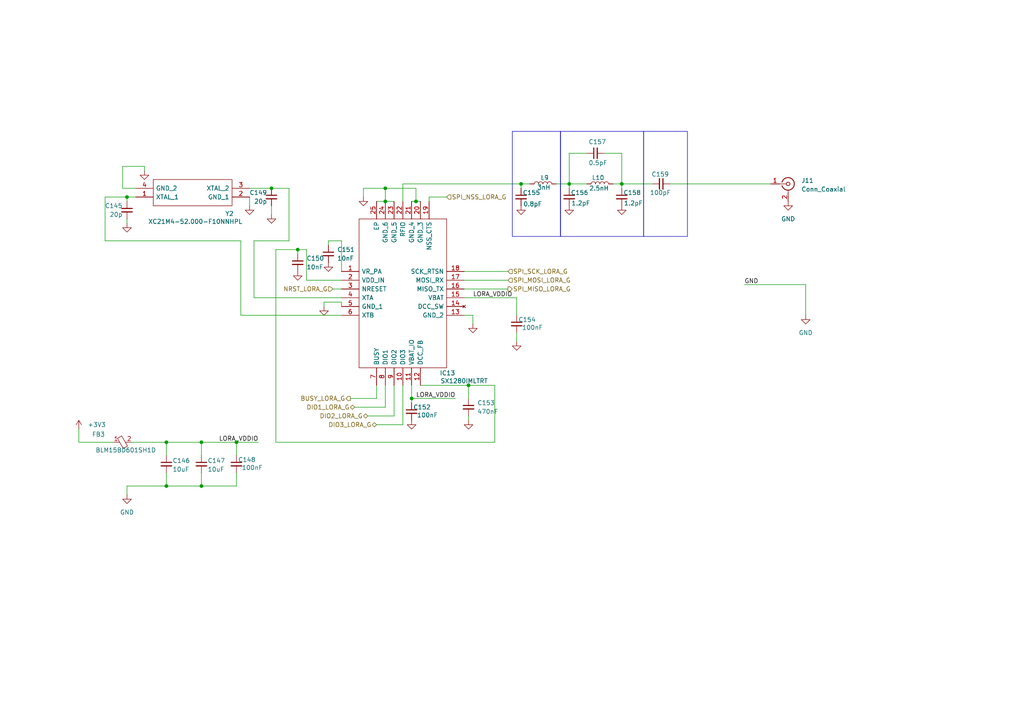
<source format=kicad_sch>
(kicad_sch
	(version 20231120)
	(generator "eeschema")
	(generator_version "8.0")
	(uuid "bf708148-c8cd-47a1-9c0a-3fb6944083ed")
	(paper "A4")
	(title_block
		(title "RASBB")
		(date "2025-02-02")
		(rev "01")
		(company "Mina Daneshpajouh")
	)
	(lib_symbols
		(symbol "Connector:Conn_Coaxial"
			(pin_names
				(offset 1.016) hide)
			(exclude_from_sim no)
			(in_bom yes)
			(on_board yes)
			(property "Reference" "J"
				(at 0.254 3.048 0)
				(effects
					(font
						(size 1.27 1.27)
					)
				)
			)
			(property "Value" "Conn_Coaxial"
				(at 2.921 0 90)
				(effects
					(font
						(size 1.27 1.27)
					)
				)
			)
			(property "Footprint" ""
				(at 0 0 0)
				(effects
					(font
						(size 1.27 1.27)
					)
					(hide yes)
				)
			)
			(property "Datasheet" "~"
				(at 0 0 0)
				(effects
					(font
						(size 1.27 1.27)
					)
					(hide yes)
				)
			)
			(property "Description" "coaxial connector (BNC, SMA, SMB, SMC, Cinch/RCA, LEMO, ...)"
				(at 0 0 0)
				(effects
					(font
						(size 1.27 1.27)
					)
					(hide yes)
				)
			)
			(property "ki_keywords" "BNC SMA SMB SMC LEMO coaxial connector CINCH RCA MCX MMCX U.FL UMRF"
				(at 0 0 0)
				(effects
					(font
						(size 1.27 1.27)
					)
					(hide yes)
				)
			)
			(property "ki_fp_filters" "*BNC* *SMA* *SMB* *SMC* *Cinch* *LEMO* *UMRF* *MCX* *U.FL*"
				(at 0 0 0)
				(effects
					(font
						(size 1.27 1.27)
					)
					(hide yes)
				)
			)
			(symbol "Conn_Coaxial_0_1"
				(arc
					(start -1.778 -0.508)
					(mid 0.2311 -1.8066)
					(end 1.778 0)
					(stroke
						(width 0.254)
						(type default)
					)
					(fill
						(type none)
					)
				)
				(polyline
					(pts
						(xy -2.54 0) (xy -0.508 0)
					)
					(stroke
						(width 0)
						(type default)
					)
					(fill
						(type none)
					)
				)
				(polyline
					(pts
						(xy 0 -2.54) (xy 0 -1.778)
					)
					(stroke
						(width 0)
						(type default)
					)
					(fill
						(type none)
					)
				)
				(circle
					(center 0 0)
					(radius 0.508)
					(stroke
						(width 0.2032)
						(type default)
					)
					(fill
						(type none)
					)
				)
				(arc
					(start 1.778 0)
					(mid 0.2099 1.8101)
					(end -1.778 0.508)
					(stroke
						(width 0.254)
						(type default)
					)
					(fill
						(type none)
					)
				)
			)
			(symbol "Conn_Coaxial_1_1"
				(pin passive line
					(at -5.08 0 0)
					(length 2.54)
					(name "In"
						(effects
							(font
								(size 1.27 1.27)
							)
						)
					)
					(number "1"
						(effects
							(font
								(size 1.27 1.27)
							)
						)
					)
				)
				(pin passive line
					(at 0 -5.08 90)
					(length 2.54)
					(name "Ext"
						(effects
							(font
								(size 1.27 1.27)
							)
						)
					)
					(number "2"
						(effects
							(font
								(size 1.27 1.27)
							)
						)
					)
				)
			)
		)
		(symbol "Device:C_Small"
			(pin_numbers hide)
			(pin_names
				(offset 0.254) hide)
			(exclude_from_sim no)
			(in_bom yes)
			(on_board yes)
			(property "Reference" "C"
				(at 0.254 1.778 0)
				(effects
					(font
						(size 1.27 1.27)
					)
					(justify left)
				)
			)
			(property "Value" "C_Small"
				(at 0.254 -2.032 0)
				(effects
					(font
						(size 1.27 1.27)
					)
					(justify left)
				)
			)
			(property "Footprint" ""
				(at 0 0 0)
				(effects
					(font
						(size 1.27 1.27)
					)
					(hide yes)
				)
			)
			(property "Datasheet" "~"
				(at 0 0 0)
				(effects
					(font
						(size 1.27 1.27)
					)
					(hide yes)
				)
			)
			(property "Description" "Unpolarized capacitor, small symbol"
				(at 0 0 0)
				(effects
					(font
						(size 1.27 1.27)
					)
					(hide yes)
				)
			)
			(property "ki_keywords" "capacitor cap"
				(at 0 0 0)
				(effects
					(font
						(size 1.27 1.27)
					)
					(hide yes)
				)
			)
			(property "ki_fp_filters" "C_*"
				(at 0 0 0)
				(effects
					(font
						(size 1.27 1.27)
					)
					(hide yes)
				)
			)
			(symbol "C_Small_0_1"
				(polyline
					(pts
						(xy -1.524 -0.508) (xy 1.524 -0.508)
					)
					(stroke
						(width 0.3302)
						(type default)
					)
					(fill
						(type none)
					)
				)
				(polyline
					(pts
						(xy -1.524 0.508) (xy 1.524 0.508)
					)
					(stroke
						(width 0.3048)
						(type default)
					)
					(fill
						(type none)
					)
				)
			)
			(symbol "C_Small_1_1"
				(pin passive line
					(at 0 2.54 270)
					(length 2.032)
					(name "~"
						(effects
							(font
								(size 1.27 1.27)
							)
						)
					)
					(number "1"
						(effects
							(font
								(size 1.27 1.27)
							)
						)
					)
				)
				(pin passive line
					(at 0 -2.54 90)
					(length 2.032)
					(name "~"
						(effects
							(font
								(size 1.27 1.27)
							)
						)
					)
					(number "2"
						(effects
							(font
								(size 1.27 1.27)
							)
						)
					)
				)
			)
		)
		(symbol "Device:L"
			(pin_numbers hide)
			(pin_names
				(offset 1.016) hide)
			(exclude_from_sim no)
			(in_bom yes)
			(on_board yes)
			(property "Reference" "L"
				(at -1.27 0 90)
				(effects
					(font
						(size 1.27 1.27)
					)
				)
			)
			(property "Value" "L"
				(at 1.905 0 90)
				(effects
					(font
						(size 1.27 1.27)
					)
				)
			)
			(property "Footprint" ""
				(at 0 0 0)
				(effects
					(font
						(size 1.27 1.27)
					)
					(hide yes)
				)
			)
			(property "Datasheet" "~"
				(at 0 0 0)
				(effects
					(font
						(size 1.27 1.27)
					)
					(hide yes)
				)
			)
			(property "Description" "Inductor"
				(at 0 0 0)
				(effects
					(font
						(size 1.27 1.27)
					)
					(hide yes)
				)
			)
			(property "ki_keywords" "inductor choke coil reactor magnetic"
				(at 0 0 0)
				(effects
					(font
						(size 1.27 1.27)
					)
					(hide yes)
				)
			)
			(property "ki_fp_filters" "Choke_* *Coil* Inductor_* L_*"
				(at 0 0 0)
				(effects
					(font
						(size 1.27 1.27)
					)
					(hide yes)
				)
			)
			(symbol "L_0_1"
				(arc
					(start 0 -2.54)
					(mid 0.6323 -1.905)
					(end 0 -1.27)
					(stroke
						(width 0)
						(type default)
					)
					(fill
						(type none)
					)
				)
				(arc
					(start 0 -1.27)
					(mid 0.6323 -0.635)
					(end 0 0)
					(stroke
						(width 0)
						(type default)
					)
					(fill
						(type none)
					)
				)
				(arc
					(start 0 0)
					(mid 0.6323 0.635)
					(end 0 1.27)
					(stroke
						(width 0)
						(type default)
					)
					(fill
						(type none)
					)
				)
				(arc
					(start 0 1.27)
					(mid 0.6323 1.905)
					(end 0 2.54)
					(stroke
						(width 0)
						(type default)
					)
					(fill
						(type none)
					)
				)
			)
			(symbol "L_1_1"
				(pin passive line
					(at 0 3.81 270)
					(length 1.27)
					(name "1"
						(effects
							(font
								(size 1.27 1.27)
							)
						)
					)
					(number "1"
						(effects
							(font
								(size 1.27 1.27)
							)
						)
					)
				)
				(pin passive line
					(at 0 -3.81 90)
					(length 1.27)
					(name "2"
						(effects
							(font
								(size 1.27 1.27)
							)
						)
					)
					(number "2"
						(effects
							(font
								(size 1.27 1.27)
							)
						)
					)
				)
			)
		)
		(symbol "LOGW_Library:ABM12W-32.0000MHZ-6-B1U-T3"
			(pin_names
				(offset 0.762)
			)
			(exclude_from_sim no)
			(in_bom yes)
			(on_board yes)
			(property "Reference" "Y"
				(at 29.21 7.62 0)
				(effects
					(font
						(size 1.27 1.27)
					)
					(justify left)
				)
			)
			(property "Value" "ABM12W-32.0000MHZ-6-B1U-T3"
				(at 29.21 5.08 0)
				(effects
					(font
						(size 1.27 1.27)
					)
					(justify left)
				)
			)
			(property "Footprint" "ABM12W300000MHZ6B1UT3"
				(at 29.21 2.54 0)
				(effects
					(font
						(size 1.27 1.27)
					)
					(justify left)
					(hide yes)
				)
			)
			(property "Datasheet" "https://abracon.com/Resonators/ABM12W.pdf"
				(at 29.21 0 0)
				(effects
					(font
						(size 1.27 1.27)
					)
					(justify left)
					(hide yes)
				)
			)
			(property "Description" "IoT OPTIMIZED LOW PROFILE QUARTZ CRYSTAL"
				(at 29.21 -2.54 0)
				(effects
					(font
						(size 1.27 1.27)
					)
					(justify left)
					(hide yes)
				)
			)
			(property "Height" "0.4"
				(at 29.21 -5.08 0)
				(effects
					(font
						(size 1.27 1.27)
					)
					(justify left)
					(hide yes)
				)
			)
			(property "Mouser Part Number" "815-12W32-6B1UT"
				(at 29.21 -7.62 0)
				(effects
					(font
						(size 1.27 1.27)
					)
					(justify left)
					(hide yes)
				)
			)
			(property "Mouser Price/Stock" "https://eu.mouser.com/ProductDetail/ABRACON/ABM12W-32.0000MHZ-6-B1U-T3?qs=5aG0NVq1C4zhQ3uYmjn5vQ%3D%3D&_gl=1*1oc1bar*_ga*MTAxNzU0ODI5LjE3MTM4MDcwMDA.*_ga_15W4STQT4T*MTcxMzgxNzA0OC4zLjEuMTcxMzgxNzA3Mi4zNi4wLjA."
				(at 29.21 -10.16 0)
				(effects
					(font
						(size 1.27 1.27)
					)
					(justify left)
					(hide yes)
				)
			)
			(property "Manufacturer_Name" "ABRACON"
				(at 29.21 -12.7 0)
				(effects
					(font
						(size 1.27 1.27)
					)
					(justify left)
					(hide yes)
				)
			)
			(property "Manufacturer_Part_Number" "ABM12W-32.0000MHZ-6-B1U-T3"
				(at 29.21 -15.24 0)
				(effects
					(font
						(size 1.27 1.27)
					)
					(justify left)
					(hide yes)
				)
			)
			(symbol "ABM12W-32.0000MHZ-6-B1U-T3_0_0"
				(pin passive line
					(at 0 -2.54 0)
					(length 5.08)
					(name "XTAL_1"
						(effects
							(font
								(size 1.27 1.27)
							)
						)
					)
					(number "1"
						(effects
							(font
								(size 1.27 1.27)
							)
						)
					)
				)
				(pin passive line
					(at 33.02 -2.54 180)
					(length 5.08)
					(name "GND_1"
						(effects
							(font
								(size 1.27 1.27)
							)
						)
					)
					(number "2"
						(effects
							(font
								(size 1.27 1.27)
							)
						)
					)
				)
				(pin passive line
					(at 33.02 0 180)
					(length 5.08)
					(name "XTAL_2"
						(effects
							(font
								(size 1.27 1.27)
							)
						)
					)
					(number "3"
						(effects
							(font
								(size 1.27 1.27)
							)
						)
					)
				)
				(pin passive line
					(at 0 0 0)
					(length 5.08)
					(name "GND_2"
						(effects
							(font
								(size 1.27 1.27)
							)
						)
					)
					(number "4"
						(effects
							(font
								(size 1.27 1.27)
							)
						)
					)
				)
			)
			(symbol "ABM12W-32.0000MHZ-6-B1U-T3_0_1"
				(polyline
					(pts
						(xy 5.08 2.54) (xy 27.94 2.54) (xy 27.94 -5.08) (xy 5.08 -5.08) (xy 5.08 2.54)
					)
					(stroke
						(width 0.1524)
						(type solid)
					)
					(fill
						(type none)
					)
				)
			)
		)
		(symbol "LOGW_Library:SX1280IMLTRT"
			(pin_names
				(offset 0.762)
			)
			(exclude_from_sim no)
			(in_bom yes)
			(on_board yes)
			(property "Reference" "IC3"
				(at 30.734 -29.464 0)
				(effects
					(font
						(size 1.27 1.27)
					)
				)
			)
			(property "Value" "SX1280IMLTRT"
				(at 35.56 -31.75 0)
				(effects
					(font
						(size 1.27 1.27)
					)
				)
			)
			(property "Footprint" "LOGWA_LIB:QFN50P400X400X100-25N-D"
				(at 31.75 15.24 0)
				(effects
					(font
						(size 1.27 1.27)
					)
					(justify left)
					(hide yes)
				)
			)
			(property "Datasheet" "https://datasheet.datasheetarchive.com/originals/distributors/DKDS-37/728740.pdf"
				(at 31.75 12.7 0)
				(effects
					(font
						(size 1.27 1.27)
					)
					(justify left)
					(hide yes)
				)
			)
			(property "Description" "RF Transceiver Long range 2.4 GHz Wireless Transceiver"
				(at 31.75 10.16 0)
				(effects
					(font
						(size 1.27 1.27)
					)
					(justify left)
					(hide yes)
				)
			)
			(property "Height" "1"
				(at 31.75 7.62 0)
				(effects
					(font
						(size 1.27 1.27)
					)
					(justify left)
					(hide yes)
				)
			)
			(property "Mouser Part Number" "947-SX1280IMLTRT"
				(at 31.75 5.08 0)
				(effects
					(font
						(size 1.27 1.27)
					)
					(justify left)
					(hide yes)
				)
			)
			(property "Mouser Price/Stock" "https://www.mouser.co.uk/ProductDetail/Semtech/SX1280IMLTRT?qs=5aG0NVq1C4xuoq8G6ZzdxQ%3D%3D"
				(at 31.75 2.54 0)
				(effects
					(font
						(size 1.27 1.27)
					)
					(justify left)
					(hide yes)
				)
			)
			(property "Manufacturer_Name" "SEMTECH"
				(at 31.75 0 0)
				(effects
					(font
						(size 1.27 1.27)
					)
					(justify left)
					(hide yes)
				)
			)
			(property "Manufacturer_Part_Number" "SX1280IMLTRT"
				(at 31.75 -2.54 0)
				(effects
					(font
						(size 1.27 1.27)
					)
					(justify left)
					(hide yes)
				)
			)
			(symbol "SX1280IMLTRT_0_0"
				(pin passive line
					(at 0 0 0)
					(length 5.08)
					(name "VR_PA"
						(effects
							(font
								(size 1.27 1.27)
							)
						)
					)
					(number "1"
						(effects
							(font
								(size 1.27 1.27)
							)
						)
					)
				)
				(pin passive line
					(at 17.78 -33.02 90)
					(length 5.08)
					(name "DIO3"
						(effects
							(font
								(size 1.27 1.27)
							)
						)
					)
					(number "10"
						(effects
							(font
								(size 1.27 1.27)
							)
						)
					)
				)
				(pin passive line
					(at 20.32 -33.02 90)
					(length 5.08)
					(name "VBAT_IO"
						(effects
							(font
								(size 1.27 1.27)
							)
						)
					)
					(number "11"
						(effects
							(font
								(size 1.27 1.27)
							)
						)
					)
				)
				(pin passive line
					(at 35.56 -12.7 180)
					(length 5.08)
					(name "GND_2"
						(effects
							(font
								(size 1.27 1.27)
							)
						)
					)
					(number "13"
						(effects
							(font
								(size 1.27 1.27)
							)
						)
					)
				)
				(pin passive line
					(at 35.56 -7.62 180)
					(length 5.08)
					(name "VBAT"
						(effects
							(font
								(size 1.27 1.27)
							)
						)
					)
					(number "15"
						(effects
							(font
								(size 1.27 1.27)
							)
						)
					)
				)
				(pin passive line
					(at 35.56 -5.08 180)
					(length 5.08)
					(name "MISO_TX"
						(effects
							(font
								(size 1.27 1.27)
							)
						)
					)
					(number "16"
						(effects
							(font
								(size 1.27 1.27)
							)
						)
					)
				)
				(pin passive line
					(at 35.56 -2.54 180)
					(length 5.08)
					(name "MOSI_RX"
						(effects
							(font
								(size 1.27 1.27)
							)
						)
					)
					(number "17"
						(effects
							(font
								(size 1.27 1.27)
							)
						)
					)
				)
				(pin passive line
					(at 35.56 0 180)
					(length 5.08)
					(name "SCK_RTSN"
						(effects
							(font
								(size 1.27 1.27)
							)
						)
					)
					(number "18"
						(effects
							(font
								(size 1.27 1.27)
							)
						)
					)
				)
				(pin passive line
					(at 25.4 20.32 270)
					(length 5.08)
					(name "NSS_CTS"
						(effects
							(font
								(size 1.27 1.27)
							)
						)
					)
					(number "19"
						(effects
							(font
								(size 1.27 1.27)
							)
						)
					)
				)
				(pin passive line
					(at 0 -2.54 0)
					(length 5.08)
					(name "VDD_IN"
						(effects
							(font
								(size 1.27 1.27)
							)
						)
					)
					(number "2"
						(effects
							(font
								(size 1.27 1.27)
							)
						)
					)
				)
				(pin passive line
					(at 22.86 20.32 270)
					(length 5.08)
					(name "GND_3"
						(effects
							(font
								(size 1.27 1.27)
							)
						)
					)
					(number "20"
						(effects
							(font
								(size 1.27 1.27)
							)
						)
					)
				)
				(pin passive line
					(at 20.32 20.32 270)
					(length 5.08)
					(name "GND_4"
						(effects
							(font
								(size 1.27 1.27)
							)
						)
					)
					(number "21"
						(effects
							(font
								(size 1.27 1.27)
							)
						)
					)
				)
				(pin passive line
					(at 17.78 20.32 270)
					(length 5.08)
					(name "RFIO"
						(effects
							(font
								(size 1.27 1.27)
							)
						)
					)
					(number "22"
						(effects
							(font
								(size 1.27 1.27)
							)
						)
					)
				)
				(pin passive line
					(at 15.24 20.32 270)
					(length 5.08)
					(name "GND_5"
						(effects
							(font
								(size 1.27 1.27)
							)
						)
					)
					(number "23"
						(effects
							(font
								(size 1.27 1.27)
							)
						)
					)
				)
				(pin passive line
					(at 12.7 20.32 270)
					(length 5.08)
					(name "GND_6"
						(effects
							(font
								(size 1.27 1.27)
							)
						)
					)
					(number "24"
						(effects
							(font
								(size 1.27 1.27)
							)
						)
					)
				)
				(pin passive line
					(at 10.16 20.32 270)
					(length 5.08)
					(name "EP"
						(effects
							(font
								(size 1.27 1.27)
							)
						)
					)
					(number "25"
						(effects
							(font
								(size 1.27 1.27)
							)
						)
					)
				)
				(pin passive line
					(at 0 -5.08 0)
					(length 5.08)
					(name "NRESET"
						(effects
							(font
								(size 1.27 1.27)
							)
						)
					)
					(number "3"
						(effects
							(font
								(size 1.27 1.27)
							)
						)
					)
				)
				(pin passive line
					(at 0 -7.62 0)
					(length 5.08)
					(name "XTA"
						(effects
							(font
								(size 1.27 1.27)
							)
						)
					)
					(number "4"
						(effects
							(font
								(size 1.27 1.27)
							)
						)
					)
				)
				(pin passive line
					(at 0 -10.16 0)
					(length 5.08)
					(name "GND_1"
						(effects
							(font
								(size 1.27 1.27)
							)
						)
					)
					(number "5"
						(effects
							(font
								(size 1.27 1.27)
							)
						)
					)
				)
				(pin passive line
					(at 0 -12.7 0)
					(length 5.08)
					(name "XTB"
						(effects
							(font
								(size 1.27 1.27)
							)
						)
					)
					(number "6"
						(effects
							(font
								(size 1.27 1.27)
							)
						)
					)
				)
				(pin passive line
					(at 10.16 -33.02 90)
					(length 5.08)
					(name "BUSY"
						(effects
							(font
								(size 1.27 1.27)
							)
						)
					)
					(number "7"
						(effects
							(font
								(size 1.27 1.27)
							)
						)
					)
				)
				(pin passive line
					(at 12.7 -33.02 90)
					(length 5.08)
					(name "DIO1"
						(effects
							(font
								(size 1.27 1.27)
							)
						)
					)
					(number "8"
						(effects
							(font
								(size 1.27 1.27)
							)
						)
					)
				)
				(pin passive line
					(at 15.24 -33.02 90)
					(length 5.08)
					(name "DIO2"
						(effects
							(font
								(size 1.27 1.27)
							)
						)
					)
					(number "9"
						(effects
							(font
								(size 1.27 1.27)
							)
						)
					)
				)
			)
			(symbol "SX1280IMLTRT_0_1"
				(polyline
					(pts
						(xy 5.08 15.24) (xy 30.48 15.24) (xy 30.48 -27.94) (xy 5.08 -27.94) (xy 5.08 15.24)
					)
					(stroke
						(width 0.1524)
						(type solid)
					)
					(fill
						(type none)
					)
				)
			)
			(symbol "SX1280IMLTRT_1_0"
				(pin output line
					(at 22.86 -33.02 90)
					(length 5.08)
					(name "DCC_FB"
						(effects
							(font
								(size 1.27 1.27)
							)
						)
					)
					(number "12"
						(effects
							(font
								(size 1.27 1.27)
							)
						)
					)
				)
				(pin no_connect line
					(at 35.56 -10.16 180)
					(length 5.08)
					(name "DCC_SW"
						(effects
							(font
								(size 1.27 1.27)
							)
						)
					)
					(number "14"
						(effects
							(font
								(size 1.27 1.27)
							)
						)
					)
				)
			)
		)
		(symbol "RASBB_Library:BLM15BD601SH1D"
			(pin_names
				(offset 0.762)
			)
			(exclude_from_sim no)
			(in_bom yes)
			(on_board yes)
			(property "Reference" "FB1"
				(at 16.51 0.0001 0)
				(effects
					(font
						(size 1.27 1.27)
					)
					(justify left)
				)
			)
			(property "Value" "BLM15BD601SH1D"
				(at 16.51 -2.5399 0)
				(effects
					(font
						(size 1.27 1.27)
					)
					(justify left)
				)
			)
			(property "Footprint" "NFZ15SG152SN10B"
				(at 16.51 2.54 0)
				(effects
					(font
						(size 1.27 1.27)
					)
					(justify left)
					(hide yes)
				)
			)
			(property "Datasheet" "http://www.murata.com/~/media/webrenewal/support/library/catalog/products/emc/emifil/c31e.ashx?la=en-gb"
				(at 16.51 0 0)
				(effects
					(font
						(size 1.27 1.27)
					)
					(justify left)
					(hide yes)
				)
			)
			(property "Description" "BLM15_H1D Series EMI Suppression Filter 600+/-25% at 100MHz 200mA @85"
				(at 20.828 13.208 0)
				(effects
					(font
						(size 1.27 1.27)
					)
					(hide yes)
				)
			)
			(property "Height" "0.55"
				(at 16.51 -5.08 0)
				(effects
					(font
						(size 1.27 1.27)
					)
					(justify left)
					(hide yes)
				)
			)
			(property "LCSC Part # " "C710334"
				(at 0 0 0)
				(effects
					(font
						(size 1.27 1.27)
					)
					(hide yes)
				)
			)
			(property "Manufacturer_Name" "Murata Electronics"
				(at 16.51 -12.7 0)
				(effects
					(font
						(size 1.27 1.27)
					)
					(justify left)
					(hide yes)
				)
			)
			(property "Mfr. Part # " "BLM15BD601SH1D "
				(at 16.51 -15.24 0)
				(effects
					(font
						(size 1.27 1.27)
					)
					(justify left)
					(hide yes)
				)
			)
			(symbol "BLM15BD601SH1D_0_1"
				(polyline
					(pts
						(xy 9.271 0) (xy 8.8646 0)
					)
					(stroke
						(width 0)
						(type default)
					)
					(fill
						(type none)
					)
				)
				(polyline
					(pts
						(xy 11.43 0) (xy 10.9474 0)
					)
					(stroke
						(width 0)
						(type default)
					)
					(fill
						(type none)
					)
				)
				(polyline
					(pts
						(xy 9.8806 -1.8288) (xy 8.6614 -1.1176) (xy 10.3632 1.8288) (xy 11.5824 1.1176) (xy 9.8806 -1.8288)
					)
					(stroke
						(width 0)
						(type default)
					)
					(fill
						(type none)
					)
				)
			)
			(symbol "BLM15BD601SH1D_1_1"
				(pin passive line
					(at 7.62 0 0)
					(length 1.27)
					(name "~"
						(effects
							(font
								(size 1.27 1.27)
							)
						)
					)
					(number "1"
						(effects
							(font
								(size 1.27 1.27)
							)
						)
					)
				)
				(pin passive line
					(at 12.7 0 180)
					(length 1.27)
					(name "~"
						(effects
							(font
								(size 1.27 1.27)
							)
						)
					)
					(number "2"
						(effects
							(font
								(size 1.27 1.27)
							)
						)
					)
				)
			)
		)
		(symbol "power:+3.3V"
			(power)
			(pin_numbers hide)
			(pin_names
				(offset 0) hide)
			(exclude_from_sim no)
			(in_bom yes)
			(on_board yes)
			(property "Reference" "#PWR"
				(at 0 -3.81 0)
				(effects
					(font
						(size 1.27 1.27)
					)
					(hide yes)
				)
			)
			(property "Value" "+3.3V"
				(at 0 3.556 0)
				(effects
					(font
						(size 1.27 1.27)
					)
				)
			)
			(property "Footprint" ""
				(at 0 0 0)
				(effects
					(font
						(size 1.27 1.27)
					)
					(hide yes)
				)
			)
			(property "Datasheet" ""
				(at 0 0 0)
				(effects
					(font
						(size 1.27 1.27)
					)
					(hide yes)
				)
			)
			(property "Description" "Power symbol creates a global label with name \"+3.3V\""
				(at 0 0 0)
				(effects
					(font
						(size 1.27 1.27)
					)
					(hide yes)
				)
			)
			(property "ki_keywords" "global power"
				(at 0 0 0)
				(effects
					(font
						(size 1.27 1.27)
					)
					(hide yes)
				)
			)
			(symbol "+3.3V_0_1"
				(polyline
					(pts
						(xy -0.762 1.27) (xy 0 2.54)
					)
					(stroke
						(width 0)
						(type default)
					)
					(fill
						(type none)
					)
				)
				(polyline
					(pts
						(xy 0 0) (xy 0 2.54)
					)
					(stroke
						(width 0)
						(type default)
					)
					(fill
						(type none)
					)
				)
				(polyline
					(pts
						(xy 0 2.54) (xy 0.762 1.27)
					)
					(stroke
						(width 0)
						(type default)
					)
					(fill
						(type none)
					)
				)
			)
			(symbol "+3.3V_1_1"
				(pin power_in line
					(at 0 0 90)
					(length 0)
					(name "~"
						(effects
							(font
								(size 1.27 1.27)
							)
						)
					)
					(number "1"
						(effects
							(font
								(size 1.27 1.27)
							)
						)
					)
				)
			)
		)
		(symbol "power:GND"
			(power)
			(pin_numbers hide)
			(pin_names
				(offset 0) hide)
			(exclude_from_sim no)
			(in_bom yes)
			(on_board yes)
			(property "Reference" "#PWR"
				(at 0 -6.35 0)
				(effects
					(font
						(size 1.27 1.27)
					)
					(hide yes)
				)
			)
			(property "Value" "GND"
				(at 0 -3.81 0)
				(effects
					(font
						(size 1.27 1.27)
					)
				)
			)
			(property "Footprint" ""
				(at 0 0 0)
				(effects
					(font
						(size 1.27 1.27)
					)
					(hide yes)
				)
			)
			(property "Datasheet" ""
				(at 0 0 0)
				(effects
					(font
						(size 1.27 1.27)
					)
					(hide yes)
				)
			)
			(property "Description" "Power symbol creates a global label with name \"GND\" , ground"
				(at 0 0 0)
				(effects
					(font
						(size 1.27 1.27)
					)
					(hide yes)
				)
			)
			(property "ki_keywords" "global power"
				(at 0 0 0)
				(effects
					(font
						(size 1.27 1.27)
					)
					(hide yes)
				)
			)
			(symbol "GND_0_1"
				(polyline
					(pts
						(xy 0 0) (xy 0 -1.27) (xy 1.27 -1.27) (xy 0 -2.54) (xy -1.27 -1.27) (xy 0 -1.27)
					)
					(stroke
						(width 0)
						(type default)
					)
					(fill
						(type none)
					)
				)
			)
			(symbol "GND_1_1"
				(pin power_in line
					(at 0 0 270)
					(length 0) hide
					(name "GND"
						(effects
							(font
								(size 1.27 1.27)
							)
						)
					)
					(number "1"
						(effects
							(font
								(size 1.27 1.27)
							)
						)
					)
				)
			)
		)
	)
	(junction
		(at 119.38 115.57)
		(diameter 0)
		(color 0 0 0 0)
		(uuid "0ca27465-055d-4b38-b409-92f00e287ef2")
	)
	(junction
		(at 111.76 58.42)
		(diameter 0)
		(color 0 0 0 0)
		(uuid "0d2cc8fa-8b91-4f46-90a4-b1ae549d7376")
	)
	(junction
		(at 180.34 53.34)
		(diameter 0)
		(color 0 0 0 0)
		(uuid "26545a69-868b-447f-9a5f-8219db5f8113")
	)
	(junction
		(at 48.26 140.97)
		(diameter 0)
		(color 0 0 0 0)
		(uuid "33c8174f-9c49-4c01-b104-363c251b267d")
	)
	(junction
		(at 86.36 72.39)
		(diameter 0)
		(color 0 0 0 0)
		(uuid "3695fe28-f171-42b1-bafe-4c9e65b0470f")
	)
	(junction
		(at 58.42 140.97)
		(diameter 0)
		(color 0 0 0 0)
		(uuid "73ffc3ce-9878-43f7-9ab6-365803a71e63")
	)
	(junction
		(at 48.26 128.27)
		(diameter 0)
		(color 0 0 0 0)
		(uuid "89dd6ed6-0106-45eb-ba0e-c28f03472f9d")
	)
	(junction
		(at 120.65 58.42)
		(diameter 0)
		(color 0 0 0 0)
		(uuid "8fe44117-b7a1-438d-884e-123a82960915")
	)
	(junction
		(at 135.89 111.76)
		(diameter 0)
		(color 0 0 0 0)
		(uuid "95836e25-891c-45b5-84b7-329b18c59745")
	)
	(junction
		(at 78.74 54.61)
		(diameter 0)
		(color 0 0 0 0)
		(uuid "ac562064-eda8-463a-aaf6-d381aecd7d65")
	)
	(junction
		(at 68.58 128.27)
		(diameter 0)
		(color 0 0 0 0)
		(uuid "b94071c5-56ba-43ea-a51d-06299d99bd28")
	)
	(junction
		(at 151.13 53.34)
		(diameter 0)
		(color 0 0 0 0)
		(uuid "bd4f060e-9160-4a9c-9b98-271353239e76")
	)
	(junction
		(at 165.1 53.34)
		(diameter 0)
		(color 0 0 0 0)
		(uuid "d6aeb504-a7d6-4c95-9674-29dba438659c")
	)
	(junction
		(at 111.76 54.61)
		(diameter 0)
		(color 0 0 0 0)
		(uuid "e8925741-b8a6-4cf1-bb2e-9a592ef6ab8e")
	)
	(junction
		(at 58.42 128.27)
		(diameter 0)
		(color 0 0 0 0)
		(uuid "f50b1be4-bd2f-4aac-b452-285cd27cae65")
	)
	(junction
		(at 36.83 57.15)
		(diameter 0)
		(color 0 0 0 0)
		(uuid "f7dbbac7-b413-4d0d-870c-faef15c5aca0")
	)
	(wire
		(pts
			(xy 35.56 54.61) (xy 39.37 54.61)
		)
		(stroke
			(width 0)
			(type default)
		)
		(uuid "0338567c-1c23-4bf4-9f8b-b169b32246ad")
	)
	(wire
		(pts
			(xy 114.3 111.76) (xy 114.3 120.65)
		)
		(stroke
			(width 0)
			(type default)
		)
		(uuid "07ade773-8176-468b-a896-1c3afc15742a")
	)
	(wire
		(pts
			(xy 135.89 111.76) (xy 143.51 111.76)
		)
		(stroke
			(width 0)
			(type default)
		)
		(uuid "0b6408c0-cc7c-4a48-afb9-6633b3e3ff38")
	)
	(wire
		(pts
			(xy 134.62 83.82) (xy 147.32 83.82)
		)
		(stroke
			(width 0)
			(type default)
		)
		(uuid "0b862e9c-d973-45b0-be08-a68b9973bbc3")
	)
	(wire
		(pts
			(xy 194.31 53.34) (xy 223.52 53.34)
		)
		(stroke
			(width 0)
			(type default)
		)
		(uuid "0bc58eee-4a92-42fe-830a-56f84a679950")
	)
	(wire
		(pts
			(xy 116.84 53.34) (xy 151.13 53.34)
		)
		(stroke
			(width 0)
			(type default)
		)
		(uuid "0d37e24a-caad-4b53-9eb9-e9f95718d030")
	)
	(wire
		(pts
			(xy 99.06 83.82) (xy 96.52 83.82)
		)
		(stroke
			(width 0)
			(type default)
		)
		(uuid "0e0efd2f-f6dc-4c5c-8c81-92ac579e4bcc")
	)
	(wire
		(pts
			(xy 165.1 53.34) (xy 170.18 53.34)
		)
		(stroke
			(width 0)
			(type default)
		)
		(uuid "10bcd4d1-63e2-4ffc-bc9f-bae6d5f3de50")
	)
	(wire
		(pts
			(xy 78.74 62.23) (xy 78.74 59.69)
		)
		(stroke
			(width 0)
			(type default)
		)
		(uuid "14435cd0-776a-4164-9f79-8dfb25fd6887")
	)
	(wire
		(pts
			(xy 80.01 128.27) (xy 143.51 128.27)
		)
		(stroke
			(width 0)
			(type default)
		)
		(uuid "16ae6fea-c61a-4961-b7b5-84db169e7167")
	)
	(wire
		(pts
			(xy 134.62 91.44) (xy 137.16 91.44)
		)
		(stroke
			(width 0)
			(type default)
		)
		(uuid "18673b45-6cca-4daa-af5f-e0522c5fd568")
	)
	(wire
		(pts
			(xy 165.1 54.61) (xy 165.1 53.34)
		)
		(stroke
			(width 0)
			(type default)
		)
		(uuid "1981906c-a4aa-48b7-a5e6-7e0f69e8905b")
	)
	(wire
		(pts
			(xy 36.83 57.15) (xy 36.83 58.42)
		)
		(stroke
			(width 0)
			(type default)
		)
		(uuid "1a36ecf7-f51c-4841-9b29-6fcdbcb72eca")
	)
	(wire
		(pts
			(xy 69.85 91.44) (xy 99.06 91.44)
		)
		(stroke
			(width 0)
			(type default)
		)
		(uuid "2027b979-e4c7-4a9e-8e2b-539516ca65df")
	)
	(wire
		(pts
			(xy 134.62 81.28) (xy 147.32 81.28)
		)
		(stroke
			(width 0)
			(type default)
		)
		(uuid "248eb64f-bd11-4fd2-8f1e-ef63c5c7fa56")
	)
	(wire
		(pts
			(xy 121.92 111.76) (xy 135.89 111.76)
		)
		(stroke
			(width 0)
			(type default)
		)
		(uuid "24f0e316-c648-46bb-a549-399c994ac7ab")
	)
	(wire
		(pts
			(xy 189.23 53.34) (xy 180.34 53.34)
		)
		(stroke
			(width 0)
			(type default)
		)
		(uuid "259a5b58-efbc-41ec-a1b1-dc911cab9deb")
	)
	(wire
		(pts
			(xy 30.48 57.15) (xy 36.83 57.15)
		)
		(stroke
			(width 0)
			(type default)
		)
		(uuid "27e864a1-a467-4a38-a2fa-9a5a6ec1e64d")
	)
	(wire
		(pts
			(xy 143.51 111.76) (xy 143.51 128.27)
		)
		(stroke
			(width 0)
			(type default)
		)
		(uuid "28dabf7f-6ba5-440f-9eab-2af72363cb14")
	)
	(wire
		(pts
			(xy 109.22 58.42) (xy 111.76 58.42)
		)
		(stroke
			(width 0)
			(type default)
		)
		(uuid "29ec2310-95db-46d7-8f22-0f59bf0c5092")
	)
	(wire
		(pts
			(xy 36.83 140.97) (xy 36.83 143.51)
		)
		(stroke
			(width 0)
			(type default)
		)
		(uuid "2a12b56f-eae0-46bf-bc03-4496226cd40a")
	)
	(wire
		(pts
			(xy 68.58 128.27) (xy 74.93 128.27)
		)
		(stroke
			(width 0)
			(type default)
		)
		(uuid "30737a26-8a51-42e3-8de8-c49bb90a2a2a")
	)
	(wire
		(pts
			(xy 111.76 54.61) (xy 105.41 54.61)
		)
		(stroke
			(width 0)
			(type default)
		)
		(uuid "39480d6e-bb4a-4acf-b94c-72a221390bd4")
	)
	(wire
		(pts
			(xy 99.06 78.74) (xy 99.06 69.85)
		)
		(stroke
			(width 0)
			(type default)
		)
		(uuid "43721e99-c1ad-44ad-a073-201626318391")
	)
	(wire
		(pts
			(xy 41.91 48.26) (xy 41.91 49.53)
		)
		(stroke
			(width 0)
			(type default)
		)
		(uuid "44232e9f-03b0-486c-b17f-7449913e94c2")
	)
	(wire
		(pts
			(xy 48.26 128.27) (xy 48.26 132.08)
		)
		(stroke
			(width 0)
			(type default)
		)
		(uuid "45675cff-6fc5-4b25-939f-16d24cbf12fc")
	)
	(wire
		(pts
			(xy 88.9 81.28) (xy 88.9 72.39)
		)
		(stroke
			(width 0)
			(type default)
		)
		(uuid "4697a20f-4c87-4554-a71b-819c28756e20")
	)
	(wire
		(pts
			(xy 124.46 57.15) (xy 129.54 57.15)
		)
		(stroke
			(width 0)
			(type default)
		)
		(uuid "471d536a-4ca7-4a83-bcaf-72a7355db5e9")
	)
	(wire
		(pts
			(xy 149.86 96.52) (xy 149.86 99.06)
		)
		(stroke
			(width 0)
			(type default)
		)
		(uuid "4914fd5f-c744-47c8-97e0-ff25fa93ddef")
	)
	(wire
		(pts
			(xy 95.25 69.85) (xy 95.25 71.12)
		)
		(stroke
			(width 0)
			(type default)
		)
		(uuid "49e8cd2d-b4cd-4911-99f4-9002e673820b")
	)
	(wire
		(pts
			(xy 106.68 120.65) (xy 114.3 120.65)
		)
		(stroke
			(width 0)
			(type default)
		)
		(uuid "4d7e1d14-06da-4cc8-90ad-72cd59d01d5c")
	)
	(wire
		(pts
			(xy 215.9 82.55) (xy 233.68 82.55)
		)
		(stroke
			(width 0)
			(type default)
		)
		(uuid "541274f5-50b5-4740-b408-a068b46f84c5")
	)
	(wire
		(pts
			(xy 83.82 69.85) (xy 83.82 54.61)
		)
		(stroke
			(width 0)
			(type default)
		)
		(uuid "54622650-b856-465c-8524-970f179e296f")
	)
	(wire
		(pts
			(xy 132.08 115.57) (xy 119.38 115.57)
		)
		(stroke
			(width 0)
			(type default)
		)
		(uuid "55a3ed52-32f2-4d64-9ab4-3c4deb47a4b2")
	)
	(wire
		(pts
			(xy 58.42 128.27) (xy 68.58 128.27)
		)
		(stroke
			(width 0)
			(type default)
		)
		(uuid "578aba8a-1cc4-4e83-b1d0-6783e96acccb")
	)
	(wire
		(pts
			(xy 48.26 137.16) (xy 48.26 140.97)
		)
		(stroke
			(width 0)
			(type default)
		)
		(uuid "63a95ea7-15fc-4f83-8c6c-6c8e5ab43991")
	)
	(wire
		(pts
			(xy 86.36 73.66) (xy 86.36 72.39)
		)
		(stroke
			(width 0)
			(type default)
		)
		(uuid "65cda250-7c7d-45d3-9f40-941b234c9b2b")
	)
	(wire
		(pts
			(xy 137.16 91.44) (xy 137.16 93.98)
		)
		(stroke
			(width 0)
			(type default)
		)
		(uuid "6b12993e-d841-4ba2-9d6e-c57399b9cfa3")
	)
	(wire
		(pts
			(xy 111.76 58.42) (xy 114.3 58.42)
		)
		(stroke
			(width 0)
			(type default)
		)
		(uuid "6fb37afb-d665-40b4-bb80-d1f5d3076963")
	)
	(wire
		(pts
			(xy 33.02 128.27) (xy 22.86 128.27)
		)
		(stroke
			(width 0)
			(type default)
		)
		(uuid "753fb7e0-0cfd-455f-8aae-00d8c1651254")
	)
	(wire
		(pts
			(xy 151.13 53.34) (xy 153.67 53.34)
		)
		(stroke
			(width 0)
			(type default)
		)
		(uuid "75dd7396-16b6-41c7-bd6d-29e7d0de3d31")
	)
	(wire
		(pts
			(xy 99.06 69.85) (xy 95.25 69.85)
		)
		(stroke
			(width 0)
			(type default)
		)
		(uuid "766eae9b-62e6-437a-8f2f-7c27dcbe7c04")
	)
	(wire
		(pts
			(xy 30.48 69.85) (xy 30.48 57.15)
		)
		(stroke
			(width 0)
			(type default)
		)
		(uuid "76fbe58c-b241-42ed-9fff-d3b7c3aa1b75")
	)
	(wire
		(pts
			(xy 116.84 111.76) (xy 116.84 123.19)
		)
		(stroke
			(width 0)
			(type default)
		)
		(uuid "775ba3cf-0bfd-46b0-9672-59eb63d1f2dc")
	)
	(wire
		(pts
			(xy 170.18 44.45) (xy 165.1 44.45)
		)
		(stroke
			(width 0)
			(type default)
		)
		(uuid "77888e4c-0d7a-499b-841c-4bf53a54fa02")
	)
	(wire
		(pts
			(xy 120.65 54.61) (xy 111.76 54.61)
		)
		(stroke
			(width 0)
			(type default)
		)
		(uuid "79830fab-0472-41d8-b825-3a9eab606e70")
	)
	(wire
		(pts
			(xy 99.06 81.28) (xy 88.9 81.28)
		)
		(stroke
			(width 0)
			(type default)
		)
		(uuid "7b7afbfe-edde-452a-a7d4-730f2be99e0e")
	)
	(wire
		(pts
			(xy 22.86 124.46) (xy 22.86 128.27)
		)
		(stroke
			(width 0)
			(type default)
		)
		(uuid "7e894ddd-7895-4e61-b7a5-0cb31ae2e43b")
	)
	(wire
		(pts
			(xy 233.68 82.55) (xy 233.68 91.44)
		)
		(stroke
			(width 0)
			(type default)
		)
		(uuid "83c25572-86dc-494a-8f22-19b75c671e68")
	)
	(wire
		(pts
			(xy 111.76 54.61) (xy 111.76 58.42)
		)
		(stroke
			(width 0)
			(type default)
		)
		(uuid "844626f5-100a-42c6-9612-8a14432cfd16")
	)
	(wire
		(pts
			(xy 36.83 140.97) (xy 48.26 140.97)
		)
		(stroke
			(width 0)
			(type default)
		)
		(uuid "864f5427-bf62-4613-95ec-5ab95837a042")
	)
	(wire
		(pts
			(xy 35.56 48.26) (xy 41.91 48.26)
		)
		(stroke
			(width 0)
			(type default)
		)
		(uuid "88342840-1647-435e-a0f0-ce58cdcaec32")
	)
	(wire
		(pts
			(xy 175.26 44.45) (xy 180.34 44.45)
		)
		(stroke
			(width 0)
			(type default)
		)
		(uuid "8a2980f6-bc09-4727-9464-7029e165bb9f")
	)
	(wire
		(pts
			(xy 111.76 111.76) (xy 111.76 118.11)
		)
		(stroke
			(width 0)
			(type default)
		)
		(uuid "8a9d3d50-e3bc-43ae-93fa-c7b71e49feac")
	)
	(wire
		(pts
			(xy 58.42 132.08) (xy 58.42 128.27)
		)
		(stroke
			(width 0)
			(type default)
		)
		(uuid "8b9aac21-53ac-4543-af97-fd11553557ac")
	)
	(wire
		(pts
			(xy 36.83 57.15) (xy 39.37 57.15)
		)
		(stroke
			(width 0)
			(type default)
		)
		(uuid "8f56b1e8-a01d-4daa-9e18-eb0e9c8df55d")
	)
	(wire
		(pts
			(xy 86.36 72.39) (xy 88.9 72.39)
		)
		(stroke
			(width 0)
			(type default)
		)
		(uuid "8f61b410-0cca-4f7a-a46a-9c8f7884bfe4")
	)
	(wire
		(pts
			(xy 134.62 86.36) (xy 149.86 86.36)
		)
		(stroke
			(width 0)
			(type default)
		)
		(uuid "904235b3-0137-4e62-bdf8-0f536152de4d")
	)
	(wire
		(pts
			(xy 72.39 57.15) (xy 72.39 59.69)
		)
		(stroke
			(width 0)
			(type default)
		)
		(uuid "91712de1-7e1b-4030-b229-776e386663ba")
	)
	(wire
		(pts
			(xy 134.62 78.74) (xy 147.32 78.74)
		)
		(stroke
			(width 0)
			(type default)
		)
		(uuid "93c2c97f-397a-47c7-af80-dbabe9a5f9d8")
	)
	(wire
		(pts
			(xy 99.06 87.63) (xy 93.98 87.63)
		)
		(stroke
			(width 0)
			(type default)
		)
		(uuid "940131e1-3998-46d8-a069-51a5ec1d0750")
	)
	(wire
		(pts
			(xy 78.74 54.61) (xy 83.82 54.61)
		)
		(stroke
			(width 0)
			(type default)
		)
		(uuid "9e63ffcc-d689-4483-b4de-cf97db5bfb0b")
	)
	(wire
		(pts
			(xy 35.56 54.61) (xy 35.56 48.26)
		)
		(stroke
			(width 0)
			(type default)
		)
		(uuid "9ef55ac7-c6eb-4b35-a639-e3b619647af4")
	)
	(wire
		(pts
			(xy 119.38 115.57) (xy 119.38 116.84)
		)
		(stroke
			(width 0)
			(type default)
		)
		(uuid "a10e12f3-a163-4cfb-a6b8-2e4df4110cca")
	)
	(wire
		(pts
			(xy 109.22 111.76) (xy 109.22 115.57)
		)
		(stroke
			(width 0)
			(type default)
		)
		(uuid "a281f6cc-9909-4e4a-9091-43409f41e48e")
	)
	(wire
		(pts
			(xy 124.46 57.15) (xy 124.46 58.42)
		)
		(stroke
			(width 0)
			(type default)
		)
		(uuid "a3b9d1ba-5490-4ccf-9605-72ef1cac65a1")
	)
	(wire
		(pts
			(xy 119.38 58.42) (xy 120.65 58.42)
		)
		(stroke
			(width 0)
			(type default)
		)
		(uuid "a65771ab-64f4-40c3-9a09-224372f7c13b")
	)
	(wire
		(pts
			(xy 119.38 111.76) (xy 119.38 115.57)
		)
		(stroke
			(width 0)
			(type default)
		)
		(uuid "a89c750e-3137-43bc-a1b9-f3857c17a87c")
	)
	(wire
		(pts
			(xy 135.89 120.65) (xy 135.89 121.92)
		)
		(stroke
			(width 0)
			(type default)
		)
		(uuid "aca45246-0751-4209-a890-2cefbd8e9e14")
	)
	(wire
		(pts
			(xy 151.13 53.34) (xy 151.13 54.61)
		)
		(stroke
			(width 0)
			(type default)
		)
		(uuid "ad0ac132-1729-4d4e-8a3d-b8ed4f4faf44")
	)
	(wire
		(pts
			(xy 99.06 86.36) (xy 73.66 86.36)
		)
		(stroke
			(width 0)
			(type default)
		)
		(uuid "b058924b-3f17-4959-8d9e-d686264dd9b5")
	)
	(wire
		(pts
			(xy 48.26 140.97) (xy 58.42 140.97)
		)
		(stroke
			(width 0)
			(type default)
		)
		(uuid "b521344d-f00b-4c8e-af64-42989515be13")
	)
	(wire
		(pts
			(xy 116.84 58.42) (xy 116.84 53.34)
		)
		(stroke
			(width 0)
			(type default)
		)
		(uuid "b6ba543a-5b41-4e68-8e87-0254a38577fd")
	)
	(wire
		(pts
			(xy 177.8 53.34) (xy 180.34 53.34)
		)
		(stroke
			(width 0)
			(type default)
		)
		(uuid "b91c3244-9b7d-4788-a1a2-b4aad0c8272f")
	)
	(wire
		(pts
			(xy 30.48 69.85) (xy 69.85 69.85)
		)
		(stroke
			(width 0)
			(type default)
		)
		(uuid "bc0ba61c-f8cb-4860-b07d-57b6f78d28c5")
	)
	(wire
		(pts
			(xy 69.85 69.85) (xy 69.85 91.44)
		)
		(stroke
			(width 0)
			(type default)
		)
		(uuid "bc7e61b4-5bfd-4c0a-ad64-b71f1109f029")
	)
	(wire
		(pts
			(xy 68.58 128.27) (xy 68.58 132.08)
		)
		(stroke
			(width 0)
			(type default)
		)
		(uuid "bdae346d-74f9-47d6-ad1e-97761d1d0b61")
	)
	(wire
		(pts
			(xy 68.58 137.16) (xy 68.58 140.97)
		)
		(stroke
			(width 0)
			(type default)
		)
		(uuid "be4313ae-ce19-4248-8f02-ecb6c691e195")
	)
	(wire
		(pts
			(xy 73.66 86.36) (xy 73.66 69.85)
		)
		(stroke
			(width 0)
			(type default)
		)
		(uuid "c3bb7384-3e5a-4ad0-b9a6-47c2187817e1")
	)
	(wire
		(pts
			(xy 80.01 72.39) (xy 86.36 72.39)
		)
		(stroke
			(width 0)
			(type default)
		)
		(uuid "c9a4dda6-d7e8-4c62-ab7d-049424ee76ad")
	)
	(wire
		(pts
			(xy 80.01 128.27) (xy 80.01 72.39)
		)
		(stroke
			(width 0)
			(type default)
		)
		(uuid "c9cca221-feeb-4171-ac64-1c58686e4ecb")
	)
	(wire
		(pts
			(xy 93.98 87.63) (xy 93.98 88.9)
		)
		(stroke
			(width 0)
			(type default)
		)
		(uuid "cfdffe29-552a-4121-b612-ed1db8f77b33")
	)
	(wire
		(pts
			(xy 58.42 137.16) (xy 58.42 140.97)
		)
		(stroke
			(width 0)
			(type default)
		)
		(uuid "d844e5ed-57fd-4a91-aab5-b8ce23a08655")
	)
	(wire
		(pts
			(xy 38.1 128.27) (xy 48.26 128.27)
		)
		(stroke
			(width 0)
			(type default)
		)
		(uuid "d857cd74-22df-4a7a-8cfe-2f6fe4d3e9f6")
	)
	(wire
		(pts
			(xy 180.34 44.45) (xy 180.34 53.34)
		)
		(stroke
			(width 0)
			(type default)
		)
		(uuid "d9e001f1-d830-4012-957b-ba4262b29e79")
	)
	(wire
		(pts
			(xy 149.86 86.36) (xy 149.86 91.44)
		)
		(stroke
			(width 0)
			(type default)
		)
		(uuid "d9f0069c-f789-4c69-84d9-45fd28035ab1")
	)
	(wire
		(pts
			(xy 135.89 115.57) (xy 135.89 111.76)
		)
		(stroke
			(width 0)
			(type default)
		)
		(uuid "dca815e7-282b-4b22-aecd-a0afd82c7b1c")
	)
	(wire
		(pts
			(xy 99.06 87.63) (xy 99.06 88.9)
		)
		(stroke
			(width 0)
			(type default)
		)
		(uuid "e040836c-a24c-4420-adc6-c530f1752fab")
	)
	(wire
		(pts
			(xy 120.65 58.42) (xy 120.65 54.61)
		)
		(stroke
			(width 0)
			(type default)
		)
		(uuid "e0ca9f39-4bcc-463d-b3e7-e8cb50772ff0")
	)
	(wire
		(pts
			(xy 48.26 128.27) (xy 58.42 128.27)
		)
		(stroke
			(width 0)
			(type default)
		)
		(uuid "e24fb881-5de8-48c1-b1e8-cb72178746ef")
	)
	(wire
		(pts
			(xy 120.65 58.42) (xy 121.92 58.42)
		)
		(stroke
			(width 0)
			(type default)
		)
		(uuid "e5389ddc-0789-4725-958c-889b27c86583")
	)
	(wire
		(pts
			(xy 161.29 53.34) (xy 165.1 53.34)
		)
		(stroke
			(width 0)
			(type default)
		)
		(uuid "e6356b2a-9d5f-47a9-84d2-c0adbb844811")
	)
	(wire
		(pts
			(xy 102.87 118.11) (xy 111.76 118.11)
		)
		(stroke
			(width 0)
			(type default)
		)
		(uuid "e714fa95-d76b-43c6-95c1-36ac97ff29cc")
	)
	(wire
		(pts
			(xy 101.6 115.57) (xy 109.22 115.57)
		)
		(stroke
			(width 0)
			(type default)
		)
		(uuid "e77e2b7b-00aa-411f-bfe1-6a91feee7628")
	)
	(wire
		(pts
			(xy 73.66 69.85) (xy 83.82 69.85)
		)
		(stroke
			(width 0)
			(type default)
		)
		(uuid "e8191c1a-a370-49cf-b32d-fdefc7181d6a")
	)
	(wire
		(pts
			(xy 165.1 44.45) (xy 165.1 53.34)
		)
		(stroke
			(width 0)
			(type default)
		)
		(uuid "ec13617c-8d11-4426-a04b-8ff7ce530d9d")
	)
	(wire
		(pts
			(xy 72.39 54.61) (xy 78.74 54.61)
		)
		(stroke
			(width 0)
			(type default)
		)
		(uuid "f16f3dc4-a57b-4594-abe4-5f4b73010bd4")
	)
	(wire
		(pts
			(xy 180.34 54.61) (xy 180.34 53.34)
		)
		(stroke
			(width 0)
			(type default)
		)
		(uuid "f1cc9cfc-2c95-47f9-ae6c-66024886d86f")
	)
	(wire
		(pts
			(xy 36.83 64.77) (xy 36.83 63.5)
		)
		(stroke
			(width 0)
			(type default)
		)
		(uuid "f2aee979-3f81-4ef0-aa70-8d7d2568bf4a")
	)
	(wire
		(pts
			(xy 105.41 54.61) (xy 105.41 57.15)
		)
		(stroke
			(width 0)
			(type default)
		)
		(uuid "f339a345-022d-4dc0-920a-3f3b05d9e02d")
	)
	(wire
		(pts
			(xy 109.22 123.19) (xy 116.84 123.19)
		)
		(stroke
			(width 0)
			(type default)
		)
		(uuid "f8775dcd-25fc-4fd4-a8d1-6809a54e8d99")
	)
	(wire
		(pts
			(xy 58.42 140.97) (xy 68.58 140.97)
		)
		(stroke
			(width 0)
			(type default)
		)
		(uuid "fe239012-e892-4c0f-97d5-c675c12f3178")
	)
	(rectangle
		(start 186.69 38.1)
		(end 199.39 68.58)
		(stroke
			(width 0)
			(type default)
		)
		(fill
			(type none)
		)
		(uuid 0c82cba1-a45f-4878-9902-ff5a48fc7530)
	)
	(rectangle
		(start 162.56 38.1)
		(end 186.69 68.58)
		(stroke
			(width 0)
			(type default)
		)
		(fill
			(type none)
		)
		(uuid 88806034-82e4-4493-98e9-fab955b2d864)
	)
	(rectangle
		(start 148.59 38.1)
		(end 162.56 68.58)
		(stroke
			(width 0)
			(type default)
		)
		(fill
			(type none)
		)
		(uuid e4645220-4915-4bc5-9a40-cf6b94a76ead)
	)
	(label "LORA_VDDIO"
		(at 74.93 128.27 180)
		(fields_autoplaced yes)
		(effects
			(font
				(size 1.27 1.27)
			)
			(justify right bottom)
		)
		(uuid "2bfb7f40-5f1a-46f1-afc2-e5dd4b80c0a1")
	)
	(label "LORA_VDDIO"
		(at 137.16 86.36 0)
		(fields_autoplaced yes)
		(effects
			(font
				(size 1.27 1.27)
			)
			(justify left bottom)
		)
		(uuid "ad3b6c94-af1a-48cf-b9ac-a74535c3b0c5")
	)
	(label "LORA_VDDIO"
		(at 132.08 115.57 180)
		(fields_autoplaced yes)
		(effects
			(font
				(size 1.27 1.27)
			)
			(justify right bottom)
		)
		(uuid "aeead960-d01f-4df3-aa86-989cf4e530d9")
	)
	(label "GND"
		(at 215.9 82.55 0)
		(fields_autoplaced yes)
		(effects
			(font
				(size 1.27 1.27)
			)
			(justify left bottom)
		)
		(uuid "b3f9dc66-bdfb-4e2d-a68c-80492328d5ee")
	)
	(hierarchical_label "NRST_LORA_G"
		(shape input)
		(at 96.52 83.82 180)
		(fields_autoplaced yes)
		(effects
			(font
				(size 1.27 1.27)
			)
			(justify right)
		)
		(uuid "0d5e5d1a-7bd5-44ab-8ca2-ee2e3c2fa12f")
	)
	(hierarchical_label "SPI_SCK_LORA_G"
		(shape input)
		(at 147.32 78.74 0)
		(fields_autoplaced yes)
		(effects
			(font
				(size 1.27 1.27)
			)
			(justify left)
		)
		(uuid "1b0a538f-8f3d-4092-aa07-f74096b34d55")
	)
	(hierarchical_label "SPI_MOSI_LORA_G"
		(shape input)
		(at 147.32 81.28 0)
		(fields_autoplaced yes)
		(effects
			(font
				(size 1.27 1.27)
			)
			(justify left)
		)
		(uuid "7135f120-e269-42eb-8c57-2f006163c523")
	)
	(hierarchical_label "DIO2_LORA_G"
		(shape bidirectional)
		(at 106.68 120.65 180)
		(fields_autoplaced yes)
		(effects
			(font
				(size 1.27 1.27)
			)
			(justify right)
		)
		(uuid "8ad44b60-e91f-41f0-a119-239aa0960d64")
	)
	(hierarchical_label "SPI_MISO_LORA_G"
		(shape output)
		(at 147.32 83.82 0)
		(fields_autoplaced yes)
		(effects
			(font
				(size 1.27 1.27)
			)
			(justify left)
		)
		(uuid "97f1cfb6-dc27-4704-abdf-2083a66d34ae")
	)
	(hierarchical_label "DIO1_LORA_G"
		(shape bidirectional)
		(at 102.87 118.11 180)
		(fields_autoplaced yes)
		(effects
			(font
				(size 1.27 1.27)
			)
			(justify right)
		)
		(uuid "a6e095e1-d3d1-4dfb-8993-301157f24a8d")
	)
	(hierarchical_label "SPI_NSS_LORA_G"
		(shape input)
		(at 129.54 57.15 0)
		(fields_autoplaced yes)
		(effects
			(font
				(size 1.27 1.27)
			)
			(justify left)
		)
		(uuid "c021f55a-5eb3-475d-8b63-3414ab7eb6f8")
	)
	(hierarchical_label "BUSY_LORA_G"
		(shape output)
		(at 101.6 115.57 180)
		(fields_autoplaced yes)
		(effects
			(font
				(size 1.27 1.27)
			)
			(justify right)
		)
		(uuid "d7e941e6-3ac4-49f1-9751-46fe3080ecc2")
	)
	(hierarchical_label "DIO3_LORA_G"
		(shape bidirectional)
		(at 109.22 123.19 180)
		(fields_autoplaced yes)
		(effects
			(font
				(size 1.27 1.27)
			)
			(justify right)
		)
		(uuid "fabc7e34-0e88-454e-a49f-5a68fbe4e524")
	)
	(symbol
		(lib_id "Device:C_Small")
		(at 119.38 119.38 0)
		(unit 1)
		(exclude_from_sim no)
		(in_bom yes)
		(on_board yes)
		(dnp no)
		(uuid "13c03c0f-0720-4089-864f-10aab4a4362b")
		(property "Reference" "C152"
			(at 124.968 118.11 0)
			(effects
				(font
					(size 1.27 1.27)
				)
				(justify right)
			)
		)
		(property "Value" "100nF"
			(at 127 120.396 0)
			(effects
				(font
					(size 1.27 1.27)
				)
				(justify right)
			)
		)
		(property "Footprint" "Capacitor_SMD:C_0402_1005Metric"
			(at 119.38 119.38 0)
			(effects
				(font
					(size 1.27 1.27)
				)
				(hide yes)
			)
		)
		(property "Datasheet" "https://www.lcsc.com/datasheet/lcsc_datasheet_2309201533_Walsin-Tech-Corp-0402B103K100CT_C3840241.pdf"
			(at 119.38 119.38 0)
			(effects
				(font
					(size 1.27 1.27)
				)
				(hide yes)
			)
		)
		(property "Description" "10V 100nF X7R ±10% 0402 Multilayer Ceramic Capacitors MLCC - SMD/SMT ROHS"
			(at 119.38 119.38 0)
			(effects
				(font
					(size 1.27 1.27)
				)
				(hide yes)
			)
		)
		(property "Mfr. Part #" "0402B104K500CT"
			(at 119.38 119.38 0)
			(effects
				(font
					(size 1.27 1.27)
				)
				(hide yes)
			)
		)
		(property "LCSC Part #" "C152814"
			(at 119.38 119.38 0)
			(effects
				(font
					(size 1.27 1.27)
				)
				(hide yes)
			)
		)
		(pin "1"
			(uuid "0b725d24-ecc5-4a3c-922d-3678a9998c6e")
		)
		(pin "2"
			(uuid "d50d0abc-241c-4d3a-a283-25b8cf63c79d")
		)
		(instances
			(project "RASBB"
				(path "/f6a5c334-5ee5-4dc9-84f1-7866383a3347/72084100-e3ab-4d46-b067-1f6f7a2f1c80"
					(reference "C152")
					(unit 1)
				)
			)
		)
	)
	(symbol
		(lib_id "power:GND")
		(at 78.74 62.23 0)
		(unit 1)
		(exclude_from_sim no)
		(in_bom yes)
		(on_board yes)
		(dnp no)
		(fields_autoplaced yes)
		(uuid "1454f6e5-6da0-4f3b-bc7e-638717fa53eb")
		(property "Reference" "#PWR0142"
			(at 78.74 68.58 0)
			(effects
				(font
					(size 1.27 1.27)
				)
				(hide yes)
			)
		)
		(property "Value" "GND"
			(at 78.74 67.31 0)
			(effects
				(font
					(size 1.27 1.27)
				)
				(hide yes)
			)
		)
		(property "Footprint" ""
			(at 78.74 62.23 0)
			(effects
				(font
					(size 1.27 1.27)
				)
				(hide yes)
			)
		)
		(property "Datasheet" ""
			(at 78.74 62.23 0)
			(effects
				(font
					(size 1.27 1.27)
				)
				(hide yes)
			)
		)
		(property "Description" ""
			(at 78.74 62.23 0)
			(effects
				(font
					(size 1.27 1.27)
				)
				(hide yes)
			)
		)
		(pin "1"
			(uuid "9f07d170-14fb-46b5-a6ae-f61ab6a7267b")
		)
		(instances
			(project "RASBB"
				(path "/f6a5c334-5ee5-4dc9-84f1-7866383a3347/72084100-e3ab-4d46-b067-1f6f7a2f1c80"
					(reference "#PWR0142")
					(unit 1)
				)
			)
		)
	)
	(symbol
		(lib_id "Device:C_Small")
		(at 149.86 93.98 0)
		(unit 1)
		(exclude_from_sim no)
		(in_bom yes)
		(on_board yes)
		(dnp no)
		(uuid "150ab9cc-7f54-4894-9b1c-29889a6b4026")
		(property "Reference" "C154"
			(at 155.448 92.71 0)
			(effects
				(font
					(size 1.27 1.27)
				)
				(justify right)
			)
		)
		(property "Value" "100nF"
			(at 157.48 94.996 0)
			(effects
				(font
					(size 1.27 1.27)
				)
				(justify right)
			)
		)
		(property "Footprint" "Capacitor_SMD:C_0402_1005Metric"
			(at 149.86 93.98 0)
			(effects
				(font
					(size 1.27 1.27)
				)
				(hide yes)
			)
		)
		(property "Datasheet" "https://www.lcsc.com/datasheet/lcsc_datasheet_2309201533_Walsin-Tech-Corp-0402B103K100CT_C3840241.pdf"
			(at 149.86 93.98 0)
			(effects
				(font
					(size 1.27 1.27)
				)
				(hide yes)
			)
		)
		(property "Description" "10V 100nF X7R ±10% 0402 Multilayer Ceramic Capacitors MLCC - SMD/SMT ROHS"
			(at 149.86 93.98 0)
			(effects
				(font
					(size 1.27 1.27)
				)
				(hide yes)
			)
		)
		(property "Mfr. Part #" "0402B104K500CT"
			(at 149.86 93.98 0)
			(effects
				(font
					(size 1.27 1.27)
				)
				(hide yes)
			)
		)
		(property "LCSC Part #" "C152814"
			(at 149.86 93.98 0)
			(effects
				(font
					(size 1.27 1.27)
				)
				(hide yes)
			)
		)
		(pin "1"
			(uuid "b3ace4bd-7128-4090-8767-fa39408f9bff")
		)
		(pin "2"
			(uuid "c6ac956d-9179-405f-9bca-29916b51c1ca")
		)
		(instances
			(project "RASBB"
				(path "/f6a5c334-5ee5-4dc9-84f1-7866383a3347/72084100-e3ab-4d46-b067-1f6f7a2f1c80"
					(reference "C154")
					(unit 1)
				)
			)
		)
	)
	(symbol
		(lib_id "Device:L")
		(at 157.48 53.34 90)
		(unit 1)
		(exclude_from_sim no)
		(in_bom yes)
		(on_board yes)
		(dnp no)
		(uuid "1cb060ed-cb5b-4389-81b2-6a31077e38a0")
		(property "Reference" "L9"
			(at 157.988 51.562 90)
			(effects
				(font
					(size 1.27 1.27)
				)
			)
		)
		(property "Value" "3nH"
			(at 157.734 54.356 90)
			(effects
				(font
					(size 1.27 1.27)
				)
			)
		)
		(property "Footprint" "Inductor_SMD:L_0402_1005Metric"
			(at 157.48 53.34 0)
			(effects
				(font
					(size 1.27 1.27)
				)
				(hide yes)
			)
		)
		(property "Datasheet" "https://www.lcsc.com/datasheet/lcsc_datasheet_2410010232_TDK-MHQ1005P3N0BT000_C433005.pdf"
			(at 157.48 53.34 0)
			(effects
				(font
					(size 1.27 1.27)
				)
				(hide yes)
			)
		)
		(property "Description" "Inductor"
			(at 157.48 53.34 0)
			(effects
				(font
					(size 1.27 1.27)
				)
				(hide yes)
			)
		)
		(property "Mfr. Part # " "MHQ1005P3N0BT000"
			(at 157.48 53.34 90)
			(effects
				(font
					(size 1.27 1.27)
				)
				(hide yes)
			)
		)
		(property "LCSC Part # " "C433005"
			(at 157.48 53.34 90)
			(effects
				(font
					(size 1.27 1.27)
				)
				(hide yes)
			)
		)
		(property "LCSC Part #" "C433005"
			(at 157.48 53.34 0)
			(effects
				(font
					(size 1.27 1.27)
				)
				(hide yes)
			)
		)
		(property "Mfr. Part #" "MHQ1005P3N0BT000"
			(at 157.48 53.34 0)
			(effects
				(font
					(size 1.27 1.27)
				)
				(hide yes)
			)
		)
		(pin "2"
			(uuid "2ef1b109-7aa0-4236-8758-4f6c93200797")
		)
		(pin "1"
			(uuid "6d071bf3-a5b3-4293-bedc-417df9ed1559")
		)
		(instances
			(project "RASBB"
				(path "/f6a5c334-5ee5-4dc9-84f1-7866383a3347/72084100-e3ab-4d46-b067-1f6f7a2f1c80"
					(reference "L9")
					(unit 1)
				)
			)
		)
	)
	(symbol
		(lib_id "power:GND")
		(at 165.1 59.69 0)
		(unit 1)
		(exclude_from_sim no)
		(in_bom yes)
		(on_board yes)
		(dnp no)
		(fields_autoplaced yes)
		(uuid "25972314-7344-4cda-96a4-c523538fd278")
		(property "Reference" "#PWR0152"
			(at 165.1 66.04 0)
			(effects
				(font
					(size 1.27 1.27)
				)
				(hide yes)
			)
		)
		(property "Value" "GND"
			(at 165.1 64.77 0)
			(effects
				(font
					(size 1.27 1.27)
				)
				(hide yes)
			)
		)
		(property "Footprint" ""
			(at 165.1 59.69 0)
			(effects
				(font
					(size 1.27 1.27)
				)
				(hide yes)
			)
		)
		(property "Datasheet" ""
			(at 165.1 59.69 0)
			(effects
				(font
					(size 1.27 1.27)
				)
				(hide yes)
			)
		)
		(property "Description" ""
			(at 165.1 59.69 0)
			(effects
				(font
					(size 1.27 1.27)
				)
				(hide yes)
			)
		)
		(pin "1"
			(uuid "5e96e35c-b335-43b0-b2fd-85f30a73da8c")
		)
		(instances
			(project "RASBB"
				(path "/f6a5c334-5ee5-4dc9-84f1-7866383a3347/72084100-e3ab-4d46-b067-1f6f7a2f1c80"
					(reference "#PWR0152")
					(unit 1)
				)
			)
		)
	)
	(symbol
		(lib_id "power:GND")
		(at 41.91 49.53 0)
		(unit 1)
		(exclude_from_sim no)
		(in_bom yes)
		(on_board yes)
		(dnp no)
		(fields_autoplaced yes)
		(uuid "28ed261d-6cc8-4a02-a361-a13644974e0f")
		(property "Reference" "#PWR0140"
			(at 41.91 55.88 0)
			(effects
				(font
					(size 1.27 1.27)
				)
				(hide yes)
			)
		)
		(property "Value" "GND"
			(at 41.91 54.61 0)
			(effects
				(font
					(size 1.27 1.27)
				)
				(hide yes)
			)
		)
		(property "Footprint" ""
			(at 41.91 49.53 0)
			(effects
				(font
					(size 1.27 1.27)
				)
				(hide yes)
			)
		)
		(property "Datasheet" ""
			(at 41.91 49.53 0)
			(effects
				(font
					(size 1.27 1.27)
				)
				(hide yes)
			)
		)
		(property "Description" ""
			(at 41.91 49.53 0)
			(effects
				(font
					(size 1.27 1.27)
				)
				(hide yes)
			)
		)
		(pin "1"
			(uuid "a9ead2bf-9a73-4d37-b51d-4b685d38708d")
		)
		(instances
			(project "RASBB"
				(path "/f6a5c334-5ee5-4dc9-84f1-7866383a3347/72084100-e3ab-4d46-b067-1f6f7a2f1c80"
					(reference "#PWR0140")
					(unit 1)
				)
			)
		)
	)
	(symbol
		(lib_id "Device:C_Small")
		(at 95.25 73.66 0)
		(unit 1)
		(exclude_from_sim no)
		(in_bom yes)
		(on_board yes)
		(dnp no)
		(fields_autoplaced yes)
		(uuid "2acf3eb4-1291-4ff9-9b1e-9b2656f78ad3")
		(property "Reference" "C151"
			(at 97.79 72.3962 0)
			(effects
				(font
					(size 1.27 1.27)
				)
				(justify left)
			)
		)
		(property "Value" "10nF"
			(at 97.79 74.9362 0)
			(effects
				(font
					(size 1.27 1.27)
				)
				(justify left)
			)
		)
		(property "Footprint" "Capacitor_SMD:C_0402_1005Metric"
			(at 95.25 73.66 0)
			(effects
				(font
					(size 1.27 1.27)
				)
				(hide yes)
			)
		)
		(property "Datasheet" "https://www.lcsc.com/datasheet/lcsc_datasheet_2409272300_YAGEO-CC0402KRX7R6BB103_C541371.pdf"
			(at 95.25 73.66 0)
			(effects
				(font
					(size 1.27 1.27)
				)
				(hide yes)
			)
		)
		(property "Description" "10V 10nF X7R ±10% 0402 Multilayer Ceramic Capacitors MLCC - SMD/SMT ROHS"
			(at 95.25 73.66 0)
			(effects
				(font
					(size 1.27 1.27)
				)
				(hide yes)
			)
		)
		(property "Mfr. Part #" "0402B103K100CT"
			(at 95.25 73.66 0)
			(effects
				(font
					(size 1.27 1.27)
				)
				(hide yes)
			)
		)
		(property "LCSC Part #" "C3840241"
			(at 95.25 73.66 0)
			(effects
				(font
					(size 1.27 1.27)
				)
				(hide yes)
			)
		)
		(pin "1"
			(uuid "0134fa8e-9fac-46d4-8bf3-34d36ad00696")
		)
		(pin "2"
			(uuid "a549d497-f886-4b35-a069-a3cd7657e228")
		)
		(instances
			(project "RASBB"
				(path "/f6a5c334-5ee5-4dc9-84f1-7866383a3347/72084100-e3ab-4d46-b067-1f6f7a2f1c80"
					(reference "C151")
					(unit 1)
				)
			)
		)
	)
	(symbol
		(lib_id "Device:C_Small")
		(at 135.89 118.11 0)
		(unit 1)
		(exclude_from_sim no)
		(in_bom yes)
		(on_board yes)
		(dnp no)
		(fields_autoplaced yes)
		(uuid "2ca8cac0-f0ff-43be-8120-2b65a7b5966f")
		(property "Reference" "C153"
			(at 138.43 116.8462 0)
			(effects
				(font
					(size 1.27 1.27)
				)
				(justify left)
			)
		)
		(property "Value" "470nF"
			(at 138.43 119.3862 0)
			(effects
				(font
					(size 1.27 1.27)
				)
				(justify left)
			)
		)
		(property "Footprint" "Capacitor_SMD:C_0402_1005Metric"
			(at 135.89 118.11 0)
			(effects
				(font
					(size 1.27 1.27)
				)
				(hide yes)
			)
		)
		(property "Datasheet" "https://www.lcsc.com/datasheet/lcsc_datasheet_2206281830_Murata-Electronics-GRT155R71A474KE01D_C711087.pdf"
			(at 135.89 118.11 0)
			(effects
				(font
					(size 1.27 1.27)
				)
				(hide yes)
			)
		)
		(property "Description" "10V 470nF X7R ±10% 0402 Multilayer Ceramic Capacitors MLCC - SMD/SMT ROHS"
			(at 135.89 118.11 0)
			(effects
				(font
					(size 1.27 1.27)
				)
				(hide yes)
			)
		)
		(property "Mfr. Part #" "GRT155R71A474KE01D "
			(at 135.89 118.11 0)
			(effects
				(font
					(size 1.27 1.27)
				)
				(hide yes)
			)
		)
		(property "LCSC Part #" "C471404"
			(at 135.89 118.11 0)
			(effects
				(font
					(size 1.27 1.27)
				)
				(hide yes)
			)
		)
		(pin "1"
			(uuid "a480d138-3cbf-4a78-a40d-60cbce6a28b0")
		)
		(pin "2"
			(uuid "1e43488d-99a2-4e37-bb0b-44ce90a25c31")
		)
		(instances
			(project "RASBB"
				(path "/f6a5c334-5ee5-4dc9-84f1-7866383a3347/72084100-e3ab-4d46-b067-1f6f7a2f1c80"
					(reference "C153")
					(unit 1)
				)
			)
		)
	)
	(symbol
		(lib_id "power:GND")
		(at 149.86 99.06 0)
		(unit 1)
		(exclude_from_sim no)
		(in_bom yes)
		(on_board yes)
		(dnp no)
		(fields_autoplaced yes)
		(uuid "38ab95c6-cdee-4395-b67c-ed80c64bbec9")
		(property "Reference" "#PWR0150"
			(at 149.86 105.41 0)
			(effects
				(font
					(size 1.27 1.27)
				)
				(hide yes)
			)
		)
		(property "Value" "GND"
			(at 149.86 104.14 0)
			(effects
				(font
					(size 1.27 1.27)
				)
				(hide yes)
			)
		)
		(property "Footprint" ""
			(at 149.86 99.06 0)
			(effects
				(font
					(size 1.27 1.27)
				)
				(hide yes)
			)
		)
		(property "Datasheet" ""
			(at 149.86 99.06 0)
			(effects
				(font
					(size 1.27 1.27)
				)
				(hide yes)
			)
		)
		(property "Description" ""
			(at 149.86 99.06 0)
			(effects
				(font
					(size 1.27 1.27)
				)
				(hide yes)
			)
		)
		(pin "1"
			(uuid "3d863a67-1b2f-4448-bd63-bbffca62cbfd")
		)
		(instances
			(project "RASBB"
				(path "/f6a5c334-5ee5-4dc9-84f1-7866383a3347/72084100-e3ab-4d46-b067-1f6f7a2f1c80"
					(reference "#PWR0150")
					(unit 1)
				)
			)
		)
	)
	(symbol
		(lib_id "power:GND")
		(at 95.25 76.2 0)
		(unit 1)
		(exclude_from_sim no)
		(in_bom yes)
		(on_board yes)
		(dnp no)
		(fields_autoplaced yes)
		(uuid "47c785c0-9678-4304-87b4-e05ed251e62a")
		(property "Reference" "#PWR0145"
			(at 95.25 82.55 0)
			(effects
				(font
					(size 1.27 1.27)
				)
				(hide yes)
			)
		)
		(property "Value" "GND"
			(at 95.25 81.28 0)
			(effects
				(font
					(size 1.27 1.27)
				)
				(hide yes)
			)
		)
		(property "Footprint" ""
			(at 95.25 76.2 0)
			(effects
				(font
					(size 1.27 1.27)
				)
				(hide yes)
			)
		)
		(property "Datasheet" ""
			(at 95.25 76.2 0)
			(effects
				(font
					(size 1.27 1.27)
				)
				(hide yes)
			)
		)
		(property "Description" ""
			(at 95.25 76.2 0)
			(effects
				(font
					(size 1.27 1.27)
				)
				(hide yes)
			)
		)
		(pin "1"
			(uuid "0cd02e99-df12-4745-9e4b-6e78ca6dcf31")
		)
		(instances
			(project "RASBB"
				(path "/f6a5c334-5ee5-4dc9-84f1-7866383a3347/72084100-e3ab-4d46-b067-1f6f7a2f1c80"
					(reference "#PWR0145")
					(unit 1)
				)
			)
		)
	)
	(symbol
		(lib_id "power:GND")
		(at 105.41 57.15 0)
		(unit 1)
		(exclude_from_sim no)
		(in_bom yes)
		(on_board yes)
		(dnp no)
		(fields_autoplaced yes)
		(uuid "4b0d7176-ae0f-4248-95d5-796f048ee6c6")
		(property "Reference" "#PWR0146"
			(at 105.41 63.5 0)
			(effects
				(font
					(size 1.27 1.27)
				)
				(hide yes)
			)
		)
		(property "Value" "GND"
			(at 105.41 62.23 0)
			(effects
				(font
					(size 1.27 1.27)
				)
				(hide yes)
			)
		)
		(property "Footprint" ""
			(at 105.41 57.15 0)
			(effects
				(font
					(size 1.27 1.27)
				)
				(hide yes)
			)
		)
		(property "Datasheet" ""
			(at 105.41 57.15 0)
			(effects
				(font
					(size 1.27 1.27)
				)
				(hide yes)
			)
		)
		(property "Description" ""
			(at 105.41 57.15 0)
			(effects
				(font
					(size 1.27 1.27)
				)
				(hide yes)
			)
		)
		(pin "1"
			(uuid "c5b2c35d-c49a-455a-9569-0ed486f35769")
		)
		(instances
			(project "RASBB"
				(path "/f6a5c334-5ee5-4dc9-84f1-7866383a3347/72084100-e3ab-4d46-b067-1f6f7a2f1c80"
					(reference "#PWR0146")
					(unit 1)
				)
			)
		)
	)
	(symbol
		(lib_id "Device:C_Small")
		(at 165.1 57.15 0)
		(unit 1)
		(exclude_from_sim no)
		(in_bom yes)
		(on_board yes)
		(dnp no)
		(uuid "4eacba96-ac36-43f4-bfa0-13b2327520e2")
		(property "Reference" "C156"
			(at 170.688 55.88 0)
			(effects
				(font
					(size 1.27 1.27)
				)
				(justify right)
			)
		)
		(property "Value" "1.2pF"
			(at 171.196 58.928 0)
			(effects
				(font
					(size 1.27 1.27)
				)
				(justify right)
			)
		)
		(property "Footprint" "Capacitor_SMD:C_0402_1005Metric"
			(at 165.1 57.15 0)
			(effects
				(font
					(size 1.27 1.27)
				)
				(hide yes)
			)
		)
		(property "Datasheet" "https://www.lcsc.com/datasheet/lcsc_datasheet_2304140030_Walsin-Tech-Corp-0402N1R2C500CT_C301969.pdf"
			(at 165.1 57.15 0)
			(effects
				(font
					(size 1.27 1.27)
				)
				(hide yes)
			)
		)
		(property "Description" "50V 1.2pF NP0 0402 Multilayer Ceramic Capacitors MLCC - SMD/SMT ROHS"
			(at 165.1 57.15 0)
			(effects
				(font
					(size 1.27 1.27)
				)
				(hide yes)
			)
		)
		(property "Mfr. Part #" "0402N1R2C500CT"
			(at 165.1 57.15 0)
			(effects
				(font
					(size 1.27 1.27)
				)
				(hide yes)
			)
		)
		(property "LCSC Part #" "C301969"
			(at 165.1 57.15 0)
			(effects
				(font
					(size 1.27 1.27)
				)
				(hide yes)
			)
		)
		(pin "1"
			(uuid "437832cd-b928-4016-9125-3f0a19e0cf01")
		)
		(pin "2"
			(uuid "ad73cfc6-6c5b-4553-98c3-2eced092047c")
		)
		(instances
			(project "RASBB"
				(path "/f6a5c334-5ee5-4dc9-84f1-7866383a3347/72084100-e3ab-4d46-b067-1f6f7a2f1c80"
					(reference "C156")
					(unit 1)
				)
			)
		)
	)
	(symbol
		(lib_id "Device:C_Small")
		(at 172.72 44.45 90)
		(unit 1)
		(exclude_from_sim no)
		(in_bom yes)
		(on_board yes)
		(dnp no)
		(uuid "4fa10d6a-48b0-45aa-b812-25329a266ff2")
		(property "Reference" "C157"
			(at 170.688 41.148 90)
			(effects
				(font
					(size 1.27 1.27)
				)
				(justify right)
			)
		)
		(property "Value" "0.5pF"
			(at 170.688 47.244 90)
			(effects
				(font
					(size 1.27 1.27)
				)
				(justify right)
			)
		)
		(property "Footprint" "Capacitor_SMD:C_0402_1005Metric"
			(at 172.72 44.45 0)
			(effects
				(font
					(size 1.27 1.27)
				)
				(hide yes)
			)
		)
		(property "Datasheet" "https://www.lcsc.com/datasheet/lcsc_datasheet_2111171830_Walsin-Tech-Corp-RT15N0R5B500CT_C2918554.pdf"
			(at 172.72 44.45 0)
			(effects
				(font
					(size 1.27 1.27)
				)
				(hide yes)
			)
		)
		(property "Description" "50V 0.5pF NP0 0402 Multilayer Ceramic Capacitors MLCC - SMD/SMT ROHS"
			(at 172.72 44.45 0)
			(effects
				(font
					(size 1.27 1.27)
				)
				(hide yes)
			)
		)
		(property "Mfr. Part #" "RT15N0R5B500CT"
			(at 172.72 44.45 0)
			(effects
				(font
					(size 1.27 1.27)
				)
				(hide yes)
			)
		)
		(property "LCSC Part #" "C2918554"
			(at 172.72 44.45 0)
			(effects
				(font
					(size 1.27 1.27)
				)
				(hide yes)
			)
		)
		(pin "1"
			(uuid "66cfe3a3-733d-4886-8c91-1008f215c0cb")
		)
		(pin "2"
			(uuid "d88b4540-ee95-44a4-9d8c-4b850104e697")
		)
		(instances
			(project "RASBB"
				(path "/f6a5c334-5ee5-4dc9-84f1-7866383a3347/72084100-e3ab-4d46-b067-1f6f7a2f1c80"
					(reference "C157")
					(unit 1)
				)
			)
		)
	)
	(symbol
		(lib_id "Device:C_Small")
		(at 78.74 57.15 0)
		(mirror y)
		(unit 1)
		(exclude_from_sim no)
		(in_bom yes)
		(on_board yes)
		(dnp no)
		(uuid "56de7723-9ba6-440e-887f-ae77cd972d12")
		(property "Reference" "C149"
			(at 77.47 55.88 0)
			(effects
				(font
					(size 1.27 1.27)
				)
				(justify left)
			)
		)
		(property "Value" "20p"
			(at 77.47 58.42 0)
			(effects
				(font
					(size 1.27 1.27)
				)
				(justify left)
			)
		)
		(property "Footprint" "Capacitor_SMD:C_0402_1005Metric"
			(at 78.74 57.15 0)
			(effects
				(font
					(size 1.27 1.27)
				)
				(hide yes)
			)
		)
		(property "Datasheet" "https://www.lcsc.com/datasheet/lcsc_datasheet_2304140030_Walsin-Tech-Corp-0402N200J500CT_C123468.pdf"
			(at 78.74 57.15 0)
			(effects
				(font
					(size 1.27 1.27)
				)
				(hide yes)
			)
		)
		(property "Description" "50V 20pF NP0 ±5% 0402 Multilayer Ceramic Capacitors MLCC - SMD/SMT ROHS"
			(at 78.74 57.15 0)
			(effects
				(font
					(size 1.27 1.27)
				)
				(hide yes)
			)
		)
		(property "Mfr. Part # " "0402N200J500CT"
			(at 78.74 57.15 0)
			(effects
				(font
					(size 1.27 1.27)
				)
				(hide yes)
			)
		)
		(property "LCSC Part #" "C123468"
			(at 78.74 57.15 0)
			(effects
				(font
					(size 1.27 1.27)
				)
				(hide yes)
			)
		)
		(property "Mfr. Part #" "0402N200J500CT"
			(at 78.74 57.15 0)
			(effects
				(font
					(size 1.27 1.27)
				)
				(hide yes)
			)
		)
		(pin "1"
			(uuid "a8ba1602-ac30-4ebc-8ac4-ce7e2577cb0b")
		)
		(pin "2"
			(uuid "b7f6be0a-5679-4db9-adbd-ce5f6c2a0d3d")
		)
		(instances
			(project "RASBB"
				(path "/f6a5c334-5ee5-4dc9-84f1-7866383a3347/72084100-e3ab-4d46-b067-1f6f7a2f1c80"
					(reference "C149")
					(unit 1)
				)
			)
		)
	)
	(symbol
		(lib_id "power:GND")
		(at 36.83 143.51 0)
		(unit 1)
		(exclude_from_sim no)
		(in_bom yes)
		(on_board yes)
		(dnp no)
		(fields_autoplaced yes)
		(uuid "612ebdaf-76d9-4298-b1c7-b9735a120074")
		(property "Reference" "#PWR0139"
			(at 36.83 149.86 0)
			(effects
				(font
					(size 1.27 1.27)
				)
				(hide yes)
			)
		)
		(property "Value" "GND"
			(at 36.83 148.59 0)
			(effects
				(font
					(size 1.27 1.27)
				)
			)
		)
		(property "Footprint" ""
			(at 36.83 143.51 0)
			(effects
				(font
					(size 1.27 1.27)
				)
				(hide yes)
			)
		)
		(property "Datasheet" ""
			(at 36.83 143.51 0)
			(effects
				(font
					(size 1.27 1.27)
				)
				(hide yes)
			)
		)
		(property "Description" "Power symbol creates a global label with name \"GND\" , ground"
			(at 36.83 143.51 0)
			(effects
				(font
					(size 1.27 1.27)
				)
				(hide yes)
			)
		)
		(pin "1"
			(uuid "f623c119-f298-4a61-8d90-fb62c4806efe")
		)
		(instances
			(project "RASBB"
				(path "/f6a5c334-5ee5-4dc9-84f1-7866383a3347/72084100-e3ab-4d46-b067-1f6f7a2f1c80"
					(reference "#PWR0139")
					(unit 1)
				)
			)
		)
	)
	(symbol
		(lib_id "power:GND")
		(at 233.68 91.44 0)
		(unit 1)
		(exclude_from_sim no)
		(in_bom yes)
		(on_board yes)
		(dnp no)
		(fields_autoplaced yes)
		(uuid "6150f732-6695-4696-8bfc-0f3732bd8729")
		(property "Reference" "#PWR0155"
			(at 233.68 97.79 0)
			(effects
				(font
					(size 1.27 1.27)
				)
				(hide yes)
			)
		)
		(property "Value" "GND"
			(at 233.68 96.52 0)
			(effects
				(font
					(size 1.27 1.27)
				)
			)
		)
		(property "Footprint" ""
			(at 233.68 91.44 0)
			(effects
				(font
					(size 1.27 1.27)
				)
				(hide yes)
			)
		)
		(property "Datasheet" ""
			(at 233.68 91.44 0)
			(effects
				(font
					(size 1.27 1.27)
				)
				(hide yes)
			)
		)
		(property "Description" "Power symbol creates a global label with name \"GND\" , ground"
			(at 233.68 91.44 0)
			(effects
				(font
					(size 1.27 1.27)
				)
				(hide yes)
			)
		)
		(pin "1"
			(uuid "fc294e50-6f08-4d0b-a8d2-024dc7802a78")
		)
		(instances
			(project "RASBB"
				(path "/f6a5c334-5ee5-4dc9-84f1-7866383a3347/72084100-e3ab-4d46-b067-1f6f7a2f1c80"
					(reference "#PWR0155")
					(unit 1)
				)
			)
		)
	)
	(symbol
		(lib_id "power:GND")
		(at 93.98 88.9 0)
		(unit 1)
		(exclude_from_sim no)
		(in_bom yes)
		(on_board yes)
		(dnp no)
		(fields_autoplaced yes)
		(uuid "62c15102-1292-48d8-92b0-f38d25a9e502")
		(property "Reference" "#PWR0144"
			(at 93.98 95.25 0)
			(effects
				(font
					(size 1.27 1.27)
				)
				(hide yes)
			)
		)
		(property "Value" "GND"
			(at 93.98 93.98 0)
			(effects
				(font
					(size 1.27 1.27)
				)
				(hide yes)
			)
		)
		(property "Footprint" ""
			(at 93.98 88.9 0)
			(effects
				(font
					(size 1.27 1.27)
				)
				(hide yes)
			)
		)
		(property "Datasheet" ""
			(at 93.98 88.9 0)
			(effects
				(font
					(size 1.27 1.27)
				)
				(hide yes)
			)
		)
		(property "Description" ""
			(at 93.98 88.9 0)
			(effects
				(font
					(size 1.27 1.27)
				)
				(hide yes)
			)
		)
		(pin "1"
			(uuid "bd292f85-9c35-4808-b42a-a9fe3e98fdc8")
		)
		(instances
			(project "RASBB"
				(path "/f6a5c334-5ee5-4dc9-84f1-7866383a3347/72084100-e3ab-4d46-b067-1f6f7a2f1c80"
					(reference "#PWR0144")
					(unit 1)
				)
			)
		)
	)
	(symbol
		(lib_id "power:+3.3V")
		(at 22.86 124.46 0)
		(unit 1)
		(exclude_from_sim no)
		(in_bom yes)
		(on_board yes)
		(dnp no)
		(fields_autoplaced yes)
		(uuid "77e18076-d662-4d0f-be09-b8a0aafd14b9")
		(property "Reference" "#PWR0137"
			(at 22.86 128.27 0)
			(effects
				(font
					(size 1.27 1.27)
				)
				(hide yes)
			)
		)
		(property "Value" "+3V3"
			(at 25.4 123.1899 0)
			(effects
				(font
					(size 1.27 1.27)
				)
				(justify left)
			)
		)
		(property "Footprint" ""
			(at 22.86 124.46 0)
			(effects
				(font
					(size 1.27 1.27)
				)
				(hide yes)
			)
		)
		(property "Datasheet" ""
			(at 22.86 124.46 0)
			(effects
				(font
					(size 1.27 1.27)
				)
				(hide yes)
			)
		)
		(property "Description" "Power symbol creates a global label with name \"+3.3V\""
			(at 22.86 124.46 0)
			(effects
				(font
					(size 1.27 1.27)
				)
				(hide yes)
			)
		)
		(pin "1"
			(uuid "916fbe06-97c9-442c-8cce-f2f3d2afc7f6")
		)
		(instances
			(project "RASBB"
				(path "/f6a5c334-5ee5-4dc9-84f1-7866383a3347/72084100-e3ab-4d46-b067-1f6f7a2f1c80"
					(reference "#PWR0137")
					(unit 1)
				)
			)
		)
	)
	(symbol
		(lib_id "Connector:Conn_Coaxial")
		(at 228.6 53.34 0)
		(unit 1)
		(exclude_from_sim no)
		(in_bom yes)
		(on_board yes)
		(dnp no)
		(fields_autoplaced yes)
		(uuid "7d6a6543-52d6-4e7f-8922-90a2ecc9aaae")
		(property "Reference" "J11"
			(at 232.41 52.3631 0)
			(effects
				(font
					(size 1.27 1.27)
				)
				(justify left)
			)
		)
		(property "Value" "Conn_Coaxial"
			(at 232.41 54.9031 0)
			(effects
				(font
					(size 1.27 1.27)
				)
				(justify left)
			)
		)
		(property "Footprint" "Connector_Coaxial:U.FL_Hirose_U.FL-R-SMT-1_Vertical"
			(at 228.6 53.34 0)
			(effects
				(font
					(size 1.27 1.27)
				)
				(hide yes)
			)
		)
		(property "Datasheet" "~"
			(at 228.6 53.34 0)
			(effects
				(font
					(size 1.27 1.27)
				)
				(hide yes)
			)
		)
		(property "Description" "coaxial connector (BNC, SMA, SMB, SMC, Cinch/RCA, LEMO, ...)"
			(at 228.6 53.34 0)
			(effects
				(font
					(size 1.27 1.27)
				)
				(hide yes)
			)
		)
		(property "LCSC Part #" "C22418213"
			(at 228.6 53.34 0)
			(effects
				(font
					(size 1.27 1.27)
				)
				(hide yes)
			)
		)
		(property "Mfr. Part #" "CONUFL001-SMD-T or similar"
			(at 228.6 53.34 0)
			(effects
				(font
					(size 1.27 1.27)
				)
				(hide yes)
			)
		)
		(pin "1"
			(uuid "0d6aaa0f-8c92-416f-a11c-c7e834d183df")
		)
		(pin "2"
			(uuid "336b2bd3-0d8b-4657-b200-1bce88a392a0")
		)
		(instances
			(project "RASBB"
				(path "/f6a5c334-5ee5-4dc9-84f1-7866383a3347/72084100-e3ab-4d46-b067-1f6f7a2f1c80"
					(reference "J11")
					(unit 1)
				)
			)
		)
	)
	(symbol
		(lib_id "LOGW_Library:ABM12W-32.0000MHZ-6-B1U-T3")
		(at 39.37 54.61 0)
		(unit 1)
		(exclude_from_sim no)
		(in_bom yes)
		(on_board yes)
		(dnp no)
		(uuid "7fbe8640-0d3c-48ae-a556-6b3ae9ad6686")
		(property "Reference" "Y2"
			(at 66.548 61.976 0)
			(effects
				(font
					(size 1.27 1.27)
				)
			)
		)
		(property "Value" "XC21M4-52.000-F10NNHPL"
			(at 56.642 64.262 0)
			(effects
				(font
					(size 1.27 1.27)
				)
			)
		)
		(property "Footprint" "RASBB:XC21M4-52.000-F10NNHPL"
			(at 68.58 52.07 0)
			(effects
				(font
					(size 1.27 1.27)
				)
				(justify left)
				(hide yes)
			)
		)
		(property "Datasheet" "https://www.lcsc.com/datasheet/lcsc_datasheet_2206091716_HCI-XC21M4-52-000-F10NNHPL_C3034316.pdf"
			(at 68.58 54.61 0)
			(effects
				(font
					(size 1.27 1.27)
				)
				(justify left)
				(hide yes)
			)
		)
		(property "Description" "52MHz Surface Mount Crystal 10pF ±10ppm ±10ppm SMD2016-4P Crystals ROHS"
			(at 68.58 57.15 0)
			(effects
				(font
					(size 1.27 1.27)
				)
				(justify left)
				(hide yes)
			)
		)
		(property "Manufacturer_Name" " HCI"
			(at 68.58 67.31 0)
			(effects
				(font
					(size 1.27 1.27)
				)
				(justify left)
				(hide yes)
			)
		)
		(property "Mfr. Part # " "XC21M4-52.000-F10NNHPL "
			(at 68.58 69.85 0)
			(effects
				(font
					(size 1.27 1.27)
				)
				(justify left)
				(hide yes)
			)
		)
		(property "LCSC Part #" "C3034316"
			(at 39.37 54.61 0)
			(effects
				(font
					(size 1.27 1.27)
				)
				(hide yes)
			)
		)
		(property "Mfr. Part #" "XC21M4-52.000-F10NNHPL "
			(at 39.37 54.61 0)
			(effects
				(font
					(size 1.27 1.27)
				)
				(hide yes)
			)
		)
		(pin "3"
			(uuid "dace0720-f4f5-49a8-af4c-234a29eda0fb")
		)
		(pin "4"
			(uuid "1adfbc58-45d2-40e4-ab00-9c70758564c2")
		)
		(pin "2"
			(uuid "94227d1f-e573-4d56-b648-8e4fccc0f973")
		)
		(pin "1"
			(uuid "69d78e2d-99ff-4277-9291-4e8d633d2798")
		)
		(instances
			(project "RASBB"
				(path "/f6a5c334-5ee5-4dc9-84f1-7866383a3347/72084100-e3ab-4d46-b067-1f6f7a2f1c80"
					(reference "Y2")
					(unit 1)
				)
			)
		)
	)
	(symbol
		(lib_id "Device:C_Small")
		(at 48.26 134.62 0)
		(unit 1)
		(exclude_from_sim no)
		(in_bom yes)
		(on_board yes)
		(dnp no)
		(uuid "882dafc3-0e6c-477b-8009-bd547b00f138")
		(property "Reference" "C146"
			(at 50.038 133.604 0)
			(effects
				(font
					(size 1.27 1.27)
				)
				(justify left)
			)
		)
		(property "Value" "10uF"
			(at 50.038 136.144 0)
			(effects
				(font
					(size 1.27 1.27)
				)
				(justify left)
			)
		)
		(property "Footprint" "Capacitor_SMD:C_0402_1005Metric"
			(at 48.26 134.62 0)
			(effects
				(font
					(size 1.27 1.27)
				)
				(hide yes)
			)
		)
		(property "Datasheet" "https://www.lcsc.com/datasheet/lcsc_datasheet_2204121445_Walsin-Tech-Corp-0402X106M100CT_C2992625.pdf"
			(at 48.26 134.62 0)
			(effects
				(font
					(size 1.27 1.27)
				)
				(hide yes)
			)
		)
		(property "Description" "10V 10uF X5R ±20% 0402 Multilayer Ceramic Capacitors MLCC - SMD/SMT ROHS"
			(at 48.26 134.62 0)
			(effects
				(font
					(size 1.27 1.27)
				)
				(hide yes)
			)
		)
		(property "Mfr. Part #" "0402X106M100CT"
			(at 48.26 134.62 0)
			(effects
				(font
					(size 1.27 1.27)
				)
				(hide yes)
			)
		)
		(property "LCSC Part #" "C2992625"
			(at 48.26 134.62 0)
			(effects
				(font
					(size 1.27 1.27)
				)
				(hide yes)
			)
		)
		(pin "2"
			(uuid "601f8b2f-aa75-4749-8659-e51163a1164f")
		)
		(pin "1"
			(uuid "3e210b8a-5284-41aa-8637-47a7a35f9538")
		)
		(instances
			(project "RASBB"
				(path "/f6a5c334-5ee5-4dc9-84f1-7866383a3347/72084100-e3ab-4d46-b067-1f6f7a2f1c80"
					(reference "C146")
					(unit 1)
				)
			)
		)
	)
	(symbol
		(lib_id "Device:C_Small")
		(at 180.34 57.15 0)
		(unit 1)
		(exclude_from_sim no)
		(in_bom yes)
		(on_board yes)
		(dnp no)
		(uuid "8bd2f3ff-4d28-4372-bdc2-ac1d29bdc497")
		(property "Reference" "C158"
			(at 185.928 55.88 0)
			(effects
				(font
					(size 1.27 1.27)
				)
				(justify right)
			)
		)
		(property "Value" "1.2pF"
			(at 186.436 58.928 0)
			(effects
				(font
					(size 1.27 1.27)
				)
				(justify right)
			)
		)
		(property "Footprint" "Capacitor_SMD:C_0402_1005Metric"
			(at 180.34 57.15 0)
			(effects
				(font
					(size 1.27 1.27)
				)
				(hide yes)
			)
		)
		(property "Datasheet" "https://www.lcsc.com/datasheet/lcsc_datasheet_2304140030_Walsin-Tech-Corp-0402N1R2C500CT_C301969.pdf"
			(at 180.34 57.15 0)
			(effects
				(font
					(size 1.27 1.27)
				)
				(hide yes)
			)
		)
		(property "Description" "50V 1.2pF NP0 0402 Multilayer Ceramic Capacitors MLCC - SMD/SMT ROHS"
			(at 180.34 57.15 0)
			(effects
				(font
					(size 1.27 1.27)
				)
				(hide yes)
			)
		)
		(property "Mfr. Part #" "0402N1R2C500CT"
			(at 180.34 57.15 0)
			(effects
				(font
					(size 1.27 1.27)
				)
				(hide yes)
			)
		)
		(property "LCSC Part #" "C301969"
			(at 180.34 57.15 0)
			(effects
				(font
					(size 1.27 1.27)
				)
				(hide yes)
			)
		)
		(pin "1"
			(uuid "886a7e15-b576-4beb-83ca-75bb2b669578")
		)
		(pin "2"
			(uuid "fe3ad681-43e4-4188-9fbe-f29bfcd07537")
		)
		(instances
			(project "RASBB"
				(path "/f6a5c334-5ee5-4dc9-84f1-7866383a3347/72084100-e3ab-4d46-b067-1f6f7a2f1c80"
					(reference "C158")
					(unit 1)
				)
			)
		)
	)
	(symbol
		(lib_id "Device:C_Small")
		(at 86.36 76.2 0)
		(unit 1)
		(exclude_from_sim no)
		(in_bom yes)
		(on_board yes)
		(dnp no)
		(fields_autoplaced yes)
		(uuid "93186017-3110-4238-bb33-a6def17f4d63")
		(property "Reference" "C150"
			(at 88.9 74.9362 0)
			(effects
				(font
					(size 1.27 1.27)
				)
				(justify left)
			)
		)
		(property "Value" "10nF"
			(at 88.9 77.4762 0)
			(effects
				(font
					(size 1.27 1.27)
				)
				(justify left)
			)
		)
		(property "Footprint" "Capacitor_SMD:C_0402_1005Metric"
			(at 86.36 76.2 0)
			(effects
				(font
					(size 1.27 1.27)
				)
				(hide yes)
			)
		)
		(property "Datasheet" "https://www.lcsc.com/datasheet/lcsc_datasheet_2409272300_YAGEO-CC0402KRX7R6BB103_C541371.pdf"
			(at 86.36 76.2 0)
			(effects
				(font
					(size 1.27 1.27)
				)
				(hide yes)
			)
		)
		(property "Description" "10V 10nF X7R ±10% 0402 Multilayer Ceramic Capacitors MLCC - SMD/SMT ROHS"
			(at 86.36 76.2 0)
			(effects
				(font
					(size 1.27 1.27)
				)
				(hide yes)
			)
		)
		(property "Mfr. Part #" "0402B103K100CT"
			(at 86.36 76.2 0)
			(effects
				(font
					(size 1.27 1.27)
				)
				(hide yes)
			)
		)
		(property "LCSC Part #" "C3840241"
			(at 86.36 76.2 0)
			(effects
				(font
					(size 1.27 1.27)
				)
				(hide yes)
			)
		)
		(pin "1"
			(uuid "c664e338-5581-48cb-86bb-064bb3e4b104")
		)
		(pin "2"
			(uuid "e541ecde-f9c6-4621-b0d7-182d2dbbcce8")
		)
		(instances
			(project "RASBB"
				(path "/f6a5c334-5ee5-4dc9-84f1-7866383a3347/72084100-e3ab-4d46-b067-1f6f7a2f1c80"
					(reference "C150")
					(unit 1)
				)
			)
		)
	)
	(symbol
		(lib_id "power:GND")
		(at 151.13 59.69 0)
		(unit 1)
		(exclude_from_sim no)
		(in_bom yes)
		(on_board yes)
		(dnp no)
		(fields_autoplaced yes)
		(uuid "95043501-068c-4dec-bffa-563cb80f8732")
		(property "Reference" "#PWR0151"
			(at 151.13 66.04 0)
			(effects
				(font
					(size 1.27 1.27)
				)
				(hide yes)
			)
		)
		(property "Value" "GND"
			(at 151.13 64.77 0)
			(effects
				(font
					(size 1.27 1.27)
				)
				(hide yes)
			)
		)
		(property "Footprint" ""
			(at 151.13 59.69 0)
			(effects
				(font
					(size 1.27 1.27)
				)
				(hide yes)
			)
		)
		(property "Datasheet" ""
			(at 151.13 59.69 0)
			(effects
				(font
					(size 1.27 1.27)
				)
				(hide yes)
			)
		)
		(property "Description" ""
			(at 151.13 59.69 0)
			(effects
				(font
					(size 1.27 1.27)
				)
				(hide yes)
			)
		)
		(pin "1"
			(uuid "8072c539-4e27-4715-a5b7-15a605e481d7")
		)
		(instances
			(project "RASBB"
				(path "/f6a5c334-5ee5-4dc9-84f1-7866383a3347/72084100-e3ab-4d46-b067-1f6f7a2f1c80"
					(reference "#PWR0151")
					(unit 1)
				)
			)
		)
	)
	(symbol
		(lib_id "power:GND")
		(at 72.39 59.69 0)
		(unit 1)
		(exclude_from_sim no)
		(in_bom yes)
		(on_board yes)
		(dnp no)
		(fields_autoplaced yes)
		(uuid "aa5e56b6-de12-42be-b57b-10534682aac4")
		(property "Reference" "#PWR0141"
			(at 72.39 66.04 0)
			(effects
				(font
					(size 1.27 1.27)
				)
				(hide yes)
			)
		)
		(property "Value" "GND"
			(at 72.39 64.77 0)
			(effects
				(font
					(size 1.27 1.27)
				)
				(hide yes)
			)
		)
		(property "Footprint" ""
			(at 72.39 59.69 0)
			(effects
				(font
					(size 1.27 1.27)
				)
				(hide yes)
			)
		)
		(property "Datasheet" ""
			(at 72.39 59.69 0)
			(effects
				(font
					(size 1.27 1.27)
				)
				(hide yes)
			)
		)
		(property "Description" ""
			(at 72.39 59.69 0)
			(effects
				(font
					(size 1.27 1.27)
				)
				(hide yes)
			)
		)
		(pin "1"
			(uuid "1ccc0bcf-b215-4e8c-9d73-2a22973a18ca")
		)
		(instances
			(project "RASBB"
				(path "/f6a5c334-5ee5-4dc9-84f1-7866383a3347/72084100-e3ab-4d46-b067-1f6f7a2f1c80"
					(reference "#PWR0141")
					(unit 1)
				)
			)
		)
	)
	(symbol
		(lib_id "Device:C_Small")
		(at 68.58 134.62 0)
		(unit 1)
		(exclude_from_sim no)
		(in_bom yes)
		(on_board yes)
		(dnp no)
		(uuid "ad17c972-2e4b-4590-8154-2e9b5b261da3")
		(property "Reference" "C148"
			(at 74.168 133.35 0)
			(effects
				(font
					(size 1.27 1.27)
				)
				(justify right)
			)
		)
		(property "Value" "100nF"
			(at 76.2 135.636 0)
			(effects
				(font
					(size 1.27 1.27)
				)
				(justify right)
			)
		)
		(property "Footprint" "Capacitor_SMD:C_0402_1005Metric"
			(at 68.58 134.62 0)
			(effects
				(font
					(size 1.27 1.27)
				)
				(hide yes)
			)
		)
		(property "Datasheet" "https://www.lcsc.com/datasheet/lcsc_datasheet_2309201533_Walsin-Tech-Corp-0402B103K100CT_C3840241.pdf"
			(at 68.58 134.62 0)
			(effects
				(font
					(size 1.27 1.27)
				)
				(hide yes)
			)
		)
		(property "Description" "10V 100nF X7R ±10% 0402 Multilayer Ceramic Capacitors MLCC - SMD/SMT ROHS"
			(at 68.58 134.62 0)
			(effects
				(font
					(size 1.27 1.27)
				)
				(hide yes)
			)
		)
		(property "Mfr. Part #" "0402B104K500CT"
			(at 68.58 134.62 0)
			(effects
				(font
					(size 1.27 1.27)
				)
				(hide yes)
			)
		)
		(property "LCSC Part #" "C152814"
			(at 68.58 134.62 0)
			(effects
				(font
					(size 1.27 1.27)
				)
				(hide yes)
			)
		)
		(pin "1"
			(uuid "f6df772d-be90-4606-9f81-17912c56c19f")
		)
		(pin "2"
			(uuid "9705b899-05cb-4ce6-8dfb-a894bd553619")
		)
		(instances
			(project "RASBB"
				(path "/f6a5c334-5ee5-4dc9-84f1-7866383a3347/72084100-e3ab-4d46-b067-1f6f7a2f1c80"
					(reference "C148")
					(unit 1)
				)
			)
		)
	)
	(symbol
		(lib_id "Device:C_Small")
		(at 58.42 134.62 0)
		(unit 1)
		(exclude_from_sim no)
		(in_bom yes)
		(on_board yes)
		(dnp no)
		(uuid "afd51fd3-b677-4cc5-abae-5413afc39195")
		(property "Reference" "C147"
			(at 60.198 133.604 0)
			(effects
				(font
					(size 1.27 1.27)
				)
				(justify left)
			)
		)
		(property "Value" "10uF"
			(at 60.198 136.144 0)
			(effects
				(font
					(size 1.27 1.27)
				)
				(justify left)
			)
		)
		(property "Footprint" "Capacitor_SMD:C_0402_1005Metric"
			(at 58.42 134.62 0)
			(effects
				(font
					(size 1.27 1.27)
				)
				(hide yes)
			)
		)
		(property "Datasheet" "https://www.lcsc.com/datasheet/lcsc_datasheet_2204121445_Walsin-Tech-Corp-0402X106M100CT_C2992625.pdf"
			(at 58.42 134.62 0)
			(effects
				(font
					(size 1.27 1.27)
				)
				(hide yes)
			)
		)
		(property "Description" "10V 10uF X5R ±20% 0402 Multilayer Ceramic Capacitors MLCC - SMD/SMT ROHS"
			(at 58.42 134.62 0)
			(effects
				(font
					(size 1.27 1.27)
				)
				(hide yes)
			)
		)
		(property "Mfr. Part #" "0402X106M100CT"
			(at 58.42 134.62 0)
			(effects
				(font
					(size 1.27 1.27)
				)
				(hide yes)
			)
		)
		(property "LCSC Part #" "C2992625"
			(at 58.42 134.62 0)
			(effects
				(font
					(size 1.27 1.27)
				)
				(hide yes)
			)
		)
		(pin "2"
			(uuid "ba9b8e8b-c93f-4d1f-8875-1ed581a09c0e")
		)
		(pin "1"
			(uuid "dc598cfa-68d5-4177-a516-a3f3d79f2c3d")
		)
		(instances
			(project "RASBB"
				(path "/f6a5c334-5ee5-4dc9-84f1-7866383a3347/72084100-e3ab-4d46-b067-1f6f7a2f1c80"
					(reference "C147")
					(unit 1)
				)
			)
		)
	)
	(symbol
		(lib_id "Device:C_Small")
		(at 151.13 57.15 0)
		(unit 1)
		(exclude_from_sim no)
		(in_bom yes)
		(on_board yes)
		(dnp no)
		(uuid "b146e266-04ef-4634-b9be-94e60663c230")
		(property "Reference" "C155"
			(at 156.718 55.88 0)
			(effects
				(font
					(size 1.27 1.27)
				)
				(justify right)
			)
		)
		(property "Value" "0.8pF"
			(at 157.226 59.182 0)
			(effects
				(font
					(size 1.27 1.27)
				)
				(justify right)
			)
		)
		(property "Footprint" "Capacitor_SMD:C_0402_1005Metric"
			(at 151.13 57.15 0)
			(effects
				(font
					(size 1.27 1.27)
				)
				(hide yes)
			)
		)
		(property "Datasheet" "https://www.lcsc.com/datasheet/lcsc_datasheet_2304140030_Walsin-Tech-Corp-RF15N0R8B500CT_C396870.pdf"
			(at 151.13 57.15 0)
			(effects
				(font
					(size 1.27 1.27)
				)
				(hide yes)
			)
		)
		(property "Description" "50V 0.8pF NP0 0402 Multilayer Ceramic Capacitors MLCC - SMD/SMT ROHS"
			(at 151.13 57.15 0)
			(effects
				(font
					(size 1.27 1.27)
				)
				(hide yes)
			)
		)
		(property "Mfr. Part #" "RF15N0R8B500CT"
			(at 151.13 57.15 0)
			(effects
				(font
					(size 1.27 1.27)
				)
				(hide yes)
			)
		)
		(property "LCSC Part #" "C396870"
			(at 151.13 57.15 0)
			(effects
				(font
					(size 1.27 1.27)
				)
				(hide yes)
			)
		)
		(pin "1"
			(uuid "7d8c0be9-4430-49dc-b39f-a59540e0ea1e")
		)
		(pin "2"
			(uuid "6fa71cb5-95f5-48dc-9a9e-123b1abe43ce")
		)
		(instances
			(project "RASBB"
				(path "/f6a5c334-5ee5-4dc9-84f1-7866383a3347/72084100-e3ab-4d46-b067-1f6f7a2f1c80"
					(reference "C155")
					(unit 1)
				)
			)
		)
	)
	(symbol
		(lib_id "power:GND")
		(at 180.34 59.69 0)
		(unit 1)
		(exclude_from_sim no)
		(in_bom yes)
		(on_board yes)
		(dnp no)
		(fields_autoplaced yes)
		(uuid "b2f4d9a2-c755-4b83-b76b-074ad6f84dad")
		(property "Reference" "#PWR0153"
			(at 180.34 66.04 0)
			(effects
				(font
					(size 1.27 1.27)
				)
				(hide yes)
			)
		)
		(property "Value" "GND"
			(at 180.34 64.77 0)
			(effects
				(font
					(size 1.27 1.27)
				)
				(hide yes)
			)
		)
		(property "Footprint" ""
			(at 180.34 59.69 0)
			(effects
				(font
					(size 1.27 1.27)
				)
				(hide yes)
			)
		)
		(property "Datasheet" ""
			(at 180.34 59.69 0)
			(effects
				(font
					(size 1.27 1.27)
				)
				(hide yes)
			)
		)
		(property "Description" ""
			(at 180.34 59.69 0)
			(effects
				(font
					(size 1.27 1.27)
				)
				(hide yes)
			)
		)
		(pin "1"
			(uuid "674a9943-9301-46ac-b7e7-a3d7ef96e1cf")
		)
		(instances
			(project "RASBB"
				(path "/f6a5c334-5ee5-4dc9-84f1-7866383a3347/72084100-e3ab-4d46-b067-1f6f7a2f1c80"
					(reference "#PWR0153")
					(unit 1)
				)
			)
		)
	)
	(symbol
		(lib_id "Device:C_Small")
		(at 191.77 53.34 270)
		(unit 1)
		(exclude_from_sim no)
		(in_bom yes)
		(on_board yes)
		(dnp no)
		(uuid "bd0e6815-05ea-4b19-b0c0-a561c56dbc49")
		(property "Reference" "C159"
			(at 194.056 50.546 90)
			(effects
				(font
					(size 1.27 1.27)
				)
				(justify right)
			)
		)
		(property "Value" "100pF"
			(at 194.564 55.88 90)
			(effects
				(font
					(size 1.27 1.27)
				)
				(justify right)
			)
		)
		(property "Footprint" "Capacitor_SMD:C_0402_1005Metric"
			(at 191.77 53.34 0)
			(effects
				(font
					(size 1.27 1.27)
				)
				(hide yes)
			)
		)
		(property "Datasheet" "https://www.lcsc.com/datasheet/lcsc_datasheet_2304140030_Walsin-Tech-Corp-0402N101G500CT_C387967.pdf"
			(at 191.77 53.34 0)
			(effects
				(font
					(size 1.27 1.27)
				)
				(hide yes)
			)
		)
		(property "Description" "50V 100pF NP0 ±2% 0402 Multilayer Ceramic Capacitors MLCC - SMD/SMT ROHS"
			(at 191.77 53.34 0)
			(effects
				(font
					(size 1.27 1.27)
				)
				(hide yes)
			)
		)
		(property "Mfr. Part #" "0402N101G500CT"
			(at 191.77 53.34 0)
			(effects
				(font
					(size 1.27 1.27)
				)
				(hide yes)
			)
		)
		(property "LCSC Part #" "C387967"
			(at 191.77 53.34 0)
			(effects
				(font
					(size 1.27 1.27)
				)
				(hide yes)
			)
		)
		(pin "1"
			(uuid "2af13314-ebc9-46ef-9962-fb0c2b07862e")
		)
		(pin "2"
			(uuid "940e8336-09e5-4f50-9f40-08007f338890")
		)
		(instances
			(project "RASBB"
				(path "/f6a5c334-5ee5-4dc9-84f1-7866383a3347/72084100-e3ab-4d46-b067-1f6f7a2f1c80"
					(reference "C159")
					(unit 1)
				)
			)
		)
	)
	(symbol
		(lib_id "power:GND")
		(at 228.6 58.42 0)
		(unit 1)
		(exclude_from_sim no)
		(in_bom yes)
		(on_board yes)
		(dnp no)
		(fields_autoplaced yes)
		(uuid "c430f17f-d16b-4441-9f2e-81168874d458")
		(property "Reference" "#PWR0154"
			(at 228.6 64.77 0)
			(effects
				(font
					(size 1.27 1.27)
				)
				(hide yes)
			)
		)
		(property "Value" "GND"
			(at 228.6 63.5 0)
			(effects
				(font
					(size 1.27 1.27)
				)
			)
		)
		(property "Footprint" ""
			(at 228.6 58.42 0)
			(effects
				(font
					(size 1.27 1.27)
				)
				(hide yes)
			)
		)
		(property "Datasheet" ""
			(at 228.6 58.42 0)
			(effects
				(font
					(size 1.27 1.27)
				)
				(hide yes)
			)
		)
		(property "Description" "Power symbol creates a global label with name \"GND\" , ground"
			(at 228.6 58.42 0)
			(effects
				(font
					(size 1.27 1.27)
				)
				(hide yes)
			)
		)
		(pin "1"
			(uuid "810c32c5-ad2c-4448-9093-e72d7aa57033")
		)
		(instances
			(project "RASBB"
				(path "/f6a5c334-5ee5-4dc9-84f1-7866383a3347/72084100-e3ab-4d46-b067-1f6f7a2f1c80"
					(reference "#PWR0154")
					(unit 1)
				)
			)
		)
	)
	(symbol
		(lib_id "RASBB_Library:BLM15BD601SH1D")
		(at 25.4 128.27 0)
		(mirror x)
		(unit 1)
		(exclude_from_sim no)
		(in_bom yes)
		(on_board yes)
		(dnp no)
		(uuid "c7778535-a5f9-48bb-a946-17f96576d09d")
		(property "Reference" "FB3"
			(at 26.67 125.984 0)
			(effects
				(font
					(size 1.27 1.27)
				)
				(justify left)
			)
		)
		(property "Value" "BLM15BD601SH1D"
			(at 27.686 130.556 0)
			(effects
				(font
					(size 1.27 1.27)
				)
				(justify left)
			)
		)
		(property "Footprint" "RASBB:NFZ15SG152SN10B"
			(at 41.91 130.81 0)
			(effects
				(font
					(size 1.27 1.27)
				)
				(justify left)
				(hide yes)
			)
		)
		(property "Datasheet" "http://www.murata.com/~/media/webrenewal/support/library/catalog/products/emc/emifil/c31e.ashx?la=en-gb"
			(at 41.91 128.27 0)
			(effects
				(font
					(size 1.27 1.27)
				)
				(justify left)
				(hide yes)
			)
		)
		(property "Description" "BLM15_H1D Series EMI Suppression Filter 600+/-25% at 100MHz 200mA @85"
			(at 46.228 141.478 0)
			(effects
				(font
					(size 1.27 1.27)
				)
				(hide yes)
			)
		)
		(property "Height" "0.55"
			(at 41.91 123.19 0)
			(effects
				(font
					(size 1.27 1.27)
				)
				(justify left)
				(hide yes)
			)
		)
		(property "Manufacturer_Name" "Murata Electronics"
			(at 41.91 115.57 0)
			(effects
				(font
					(size 1.27 1.27)
				)
				(justify left)
				(hide yes)
			)
		)
		(property "Mfr. Part # " "BLM15BD601SH1D "
			(at 41.91 113.03 0)
			(effects
				(font
					(size 1.27 1.27)
				)
				(justify left)
				(hide yes)
			)
		)
		(property "LCSC Part # " "C710334"
			(at 25.4 128.27 0)
			(effects
				(font
					(size 1.27 1.27)
				)
				(hide yes)
			)
		)
		(property "LCSC Part #" "C710334"
			(at 25.4 128.27 0)
			(effects
				(font
					(size 1.27 1.27)
				)
				(hide yes)
			)
		)
		(property "Mfr. Part #" "BLM15BD601SH1D "
			(at 25.4 128.27 0)
			(effects
				(font
					(size 1.27 1.27)
				)
				(hide yes)
			)
		)
		(pin "2"
			(uuid "2cf5f209-81c2-400f-8715-fb5485582cbb")
		)
		(pin "1"
			(uuid "fe8693b6-e575-470f-b935-5a4f1efe7b7f")
		)
		(instances
			(project "RASBB"
				(path "/f6a5c334-5ee5-4dc9-84f1-7866383a3347/72084100-e3ab-4d46-b067-1f6f7a2f1c80"
					(reference "FB3")
					(unit 1)
				)
			)
		)
	)
	(symbol
		(lib_id "power:GND")
		(at 119.38 121.92 0)
		(unit 1)
		(exclude_from_sim no)
		(in_bom yes)
		(on_board yes)
		(dnp no)
		(fields_autoplaced yes)
		(uuid "ccc58462-c8c2-4298-a3cb-c31de54b3c44")
		(property "Reference" "#PWR0147"
			(at 119.38 128.27 0)
			(effects
				(font
					(size 1.27 1.27)
				)
				(hide yes)
			)
		)
		(property "Value" "GND"
			(at 119.38 127 0)
			(effects
				(font
					(size 1.27 1.27)
				)
				(hide yes)
			)
		)
		(property "Footprint" ""
			(at 119.38 121.92 0)
			(effects
				(font
					(size 1.27 1.27)
				)
				(hide yes)
			)
		)
		(property "Datasheet" ""
			(at 119.38 121.92 0)
			(effects
				(font
					(size 1.27 1.27)
				)
				(hide yes)
			)
		)
		(property "Description" ""
			(at 119.38 121.92 0)
			(effects
				(font
					(size 1.27 1.27)
				)
				(hide yes)
			)
		)
		(pin "1"
			(uuid "38781f9c-4245-4c58-90c9-0e31b4d49aaf")
		)
		(instances
			(project "RASBB"
				(path "/f6a5c334-5ee5-4dc9-84f1-7866383a3347/72084100-e3ab-4d46-b067-1f6f7a2f1c80"
					(reference "#PWR0147")
					(unit 1)
				)
			)
		)
	)
	(symbol
		(lib_id "power:GND")
		(at 86.36 78.74 0)
		(unit 1)
		(exclude_from_sim no)
		(in_bom yes)
		(on_board yes)
		(dnp no)
		(fields_autoplaced yes)
		(uuid "cf375124-131a-43f8-a42a-aee912c79700")
		(property "Reference" "#PWR0143"
			(at 86.36 85.09 0)
			(effects
				(font
					(size 1.27 1.27)
				)
				(hide yes)
			)
		)
		(property "Value" "GND"
			(at 86.36 83.82 0)
			(effects
				(font
					(size 1.27 1.27)
				)
				(hide yes)
			)
		)
		(property "Footprint" ""
			(at 86.36 78.74 0)
			(effects
				(font
					(size 1.27 1.27)
				)
				(hide yes)
			)
		)
		(property "Datasheet" ""
			(at 86.36 78.74 0)
			(effects
				(font
					(size 1.27 1.27)
				)
				(hide yes)
			)
		)
		(property "Description" ""
			(at 86.36 78.74 0)
			(effects
				(font
					(size 1.27 1.27)
				)
				(hide yes)
			)
		)
		(pin "1"
			(uuid "4fb1c9e8-5ba2-438c-ba0a-c40d2dcf5c20")
		)
		(instances
			(project "RASBB"
				(path "/f6a5c334-5ee5-4dc9-84f1-7866383a3347/72084100-e3ab-4d46-b067-1f6f7a2f1c80"
					(reference "#PWR0143")
					(unit 1)
				)
			)
		)
	)
	(symbol
		(lib_id "power:GND")
		(at 36.83 64.77 0)
		(unit 1)
		(exclude_from_sim no)
		(in_bom yes)
		(on_board yes)
		(dnp no)
		(fields_autoplaced yes)
		(uuid "cf72b28d-a456-4122-a80e-232a4fb69ca7")
		(property "Reference" "#PWR0138"
			(at 36.83 71.12 0)
			(effects
				(font
					(size 1.27 1.27)
				)
				(hide yes)
			)
		)
		(property "Value" "GND"
			(at 36.83 69.85 0)
			(effects
				(font
					(size 1.27 1.27)
				)
				(hide yes)
			)
		)
		(property "Footprint" ""
			(at 36.83 64.77 0)
			(effects
				(font
					(size 1.27 1.27)
				)
				(hide yes)
			)
		)
		(property "Datasheet" ""
			(at 36.83 64.77 0)
			(effects
				(font
					(size 1.27 1.27)
				)
				(hide yes)
			)
		)
		(property "Description" ""
			(at 36.83 64.77 0)
			(effects
				(font
					(size 1.27 1.27)
				)
				(hide yes)
			)
		)
		(pin "1"
			(uuid "25779915-fda1-4b3d-b49e-d0a37152b274")
		)
		(instances
			(project "RASBB"
				(path "/f6a5c334-5ee5-4dc9-84f1-7866383a3347/72084100-e3ab-4d46-b067-1f6f7a2f1c80"
					(reference "#PWR0138")
					(unit 1)
				)
			)
		)
	)
	(symbol
		(lib_id "LOGW_Library:SX1280IMLTRT")
		(at 99.06 78.74 0)
		(unit 1)
		(exclude_from_sim no)
		(in_bom yes)
		(on_board yes)
		(dnp no)
		(uuid "d715b59a-f3b8-4b62-8fa6-ec88e325e3f5")
		(property "Reference" "IC13"
			(at 129.794 108.204 0)
			(effects
				(font
					(size 1.27 1.27)
				)
			)
		)
		(property "Value" "SX1280IMLTRT"
			(at 134.62 110.49 0)
			(effects
				(font
					(size 1.27 1.27)
				)
			)
		)
		(property "Footprint" "RASBB:QFN50P400X400X100-25N-D"
			(at 130.81 63.5 0)
			(effects
				(font
					(size 1.27 1.27)
				)
				(justify left)
				(hide yes)
			)
		)
		(property "Datasheet" "https://datasheet.datasheetarchive.com/originals/distributors/DKDS-37/728740.pdf"
			(at 130.81 66.04 0)
			(effects
				(font
					(size 1.27 1.27)
				)
				(justify left)
				(hide yes)
			)
		)
		(property "Description" "RF Transceiver Long range 2.4 GHz Wireless Transceiver"
			(at 130.81 68.58 0)
			(effects
				(font
					(size 1.27 1.27)
				)
				(justify left)
				(hide yes)
			)
		)
		(property "Height" "1"
			(at 130.81 71.12 0)
			(effects
				(font
					(size 1.27 1.27)
				)
				(justify left)
				(hide yes)
			)
		)
		(property "Manufacturer_Name" "SEMTECH"
			(at 130.81 78.74 0)
			(effects
				(font
					(size 1.27 1.27)
				)
				(justify left)
				(hide yes)
			)
		)
		(property "Mfr. Part #" "SX1280IMLTRT"
			(at 130.81 81.28 0)
			(effects
				(font
					(size 1.27 1.27)
				)
				(justify left)
				(hide yes)
			)
		)
		(property "LCSC Part #" "C125969"
			(at 99.06 78.74 0)
			(effects
				(font
					(size 1.27 1.27)
				)
				(hide yes)
			)
		)
		(pin "10"
			(uuid "0fce9813-2372-497a-a71c-ff0478640ff6")
		)
		(pin "13"
			(uuid "e1964820-edd4-46c8-a499-423df4a7666e")
		)
		(pin "24"
			(uuid "5d630cbe-70a4-454a-98b9-e53578736dd9")
		)
		(pin "23"
			(uuid "c153153d-ee9a-42f9-9f50-ce3cca38d000")
		)
		(pin "7"
			(uuid "d8f3e7e2-f6e5-4382-a1b7-63228219d3b2")
		)
		(pin "3"
			(uuid "d6cfd574-ae53-438e-84ec-9a2dd3780c9c")
		)
		(pin "2"
			(uuid "6bd2af42-5d83-40c0-9696-db258cd521ff")
		)
		(pin "1"
			(uuid "6150d7b0-5f95-437c-9b76-caa3a8e9b7c7")
		)
		(pin "5"
			(uuid "6b4f8d72-f080-4e1a-a540-44dc6fff2402")
		)
		(pin "11"
			(uuid "f94962aa-40b8-4838-aa50-f023529d7fc7")
		)
		(pin "21"
			(uuid "25626bc0-3df6-4f60-bc41-20f0cb907098")
		)
		(pin "15"
			(uuid "f6b810f4-719d-42e4-8455-11a8f32c37b9")
		)
		(pin "14"
			(uuid "1b237d68-ddcf-41d6-a4a7-1d0a70d05832")
		)
		(pin "22"
			(uuid "ce24a667-b61c-47e7-87b7-df0889d293a9")
		)
		(pin "17"
			(uuid "cc60e9da-4ce0-4d1f-9d86-b6ac2999369f")
		)
		(pin "18"
			(uuid "947d3f7b-e01c-411c-af08-cef167c01a4e")
		)
		(pin "6"
			(uuid "0df30c4d-e982-4f6a-aef3-a8b1b83576c4")
		)
		(pin "16"
			(uuid "8cb4a196-b709-46a1-90a1-1c853cd61b4a")
		)
		(pin "4"
			(uuid "6bf2db97-4a85-4a5e-944f-23f1212f2997")
		)
		(pin "8"
			(uuid "43738623-d234-4e91-83d7-43f54f093f33")
		)
		(pin "9"
			(uuid "42dcdc42-8e94-4be4-976e-51d8c77b3df9")
		)
		(pin "20"
			(uuid "eb2e42b6-6dff-45aa-9dac-d509266abe18")
		)
		(pin "12"
			(uuid "6391ae45-ffb7-4796-b3d7-bcf321eeebc3")
		)
		(pin "19"
			(uuid "6c5871cf-f831-4c78-817d-89a34673d7e6")
		)
		(pin "25"
			(uuid "b28c96d7-71b6-4168-8715-de835777e4d6")
		)
		(instances
			(project "RASBB"
				(path "/f6a5c334-5ee5-4dc9-84f1-7866383a3347/72084100-e3ab-4d46-b067-1f6f7a2f1c80"
					(reference "IC13")
					(unit 1)
				)
			)
		)
	)
	(symbol
		(lib_id "power:GND")
		(at 135.89 121.92 0)
		(unit 1)
		(exclude_from_sim no)
		(in_bom yes)
		(on_board yes)
		(dnp no)
		(fields_autoplaced yes)
		(uuid "e69d1603-8c7f-470f-9a9c-43a4e7e72089")
		(property "Reference" "#PWR0148"
			(at 135.89 128.27 0)
			(effects
				(font
					(size 1.27 1.27)
				)
				(hide yes)
			)
		)
		(property "Value" "GND"
			(at 135.89 127 0)
			(effects
				(font
					(size 1.27 1.27)
				)
				(hide yes)
			)
		)
		(property "Footprint" ""
			(at 135.89 121.92 0)
			(effects
				(font
					(size 1.27 1.27)
				)
				(hide yes)
			)
		)
		(property "Datasheet" ""
			(at 135.89 121.92 0)
			(effects
				(font
					(size 1.27 1.27)
				)
				(hide yes)
			)
		)
		(property "Description" ""
			(at 135.89 121.92 0)
			(effects
				(font
					(size 1.27 1.27)
				)
				(hide yes)
			)
		)
		(pin "1"
			(uuid "e72d7a11-19c1-43af-8453-e0a4c4bc8721")
		)
		(instances
			(project "RASBB"
				(path "/f6a5c334-5ee5-4dc9-84f1-7866383a3347/72084100-e3ab-4d46-b067-1f6f7a2f1c80"
					(reference "#PWR0148")
					(unit 1)
				)
			)
		)
	)
	(symbol
		(lib_id "Device:L")
		(at 173.99 53.34 90)
		(unit 1)
		(exclude_from_sim no)
		(in_bom yes)
		(on_board yes)
		(dnp no)
		(uuid "efb9137e-7e1c-4b7d-a084-c914118d20d9")
		(property "Reference" "L10"
			(at 173.482 51.562 90)
			(effects
				(font
					(size 1.27 1.27)
				)
			)
		)
		(property "Value" "2.5nH"
			(at 173.736 54.61 90)
			(effects
				(font
					(size 1.27 1.27)
				)
			)
		)
		(property "Footprint" "Inductor_SMD:L_0402_1005Metric"
			(at 173.99 53.34 0)
			(effects
				(font
					(size 1.27 1.27)
				)
				(hide yes)
			)
		)
		(property "Datasheet" "https://www.lcsc.com/datasheet/lcsc_datasheet_2302231208_FH--Guangdong-Fenghua-Advanced-Tech-FHW0402UC2N5KST_C317668.pdf"
			(at 173.99 53.34 0)
			(effects
				(font
					(size 1.27 1.27)
				)
				(hide yes)
			)
		)
		(property "Description" "640mA 2.5nH ±10% 120mΩ 0402 Inductors (SMD) ROHS"
			(at 173.99 53.34 0)
			(effects
				(font
					(size 1.27 1.27)
				)
				(hide yes)
			)
		)
		(property "Mfr. Part # " "FHW0402UC2N5KST"
			(at 173.99 53.34 90)
			(effects
				(font
					(size 1.27 1.27)
				)
				(hide yes)
			)
		)
		(property "LCSC Part # " "C317668"
			(at 173.99 53.34 90)
			(effects
				(font
					(size 1.27 1.27)
				)
				(hide yes)
			)
		)
		(property "LCSC Part #" "C317668"
			(at 173.99 53.34 0)
			(effects
				(font
					(size 1.27 1.27)
				)
				(hide yes)
			)
		)
		(property "Mfr. Part #" "FHW0402UC2N5KST"
			(at 173.99 53.34 0)
			(effects
				(font
					(size 1.27 1.27)
				)
				(hide yes)
			)
		)
		(pin "2"
			(uuid "7bd1e45a-1876-4c1f-a8c8-77bee3eb9b10")
		)
		(pin "1"
			(uuid "7b9b7694-a967-4691-8a47-0ef2e070d904")
		)
		(instances
			(project "RASBB"
				(path "/f6a5c334-5ee5-4dc9-84f1-7866383a3347/72084100-e3ab-4d46-b067-1f6f7a2f1c80"
					(reference "L10")
					(unit 1)
				)
			)
		)
	)
	(symbol
		(lib_id "Device:C_Small")
		(at 36.83 60.96 0)
		(mirror y)
		(unit 1)
		(exclude_from_sim no)
		(in_bom yes)
		(on_board yes)
		(dnp no)
		(uuid "f1ce0792-af24-4750-ab08-de5bbc5d3851")
		(property "Reference" "C145"
			(at 35.56 59.69 0)
			(effects
				(font
					(size 1.27 1.27)
				)
				(justify left)
			)
		)
		(property "Value" "20p"
			(at 35.56 62.23 0)
			(effects
				(font
					(size 1.27 1.27)
				)
				(justify left)
			)
		)
		(property "Footprint" "Capacitor_SMD:C_0402_1005Metric"
			(at 36.83 60.96 0)
			(effects
				(font
					(size 1.27 1.27)
				)
				(hide yes)
			)
		)
		(property "Datasheet" "https://www.lcsc.com/datasheet/lcsc_datasheet_2304140030_Walsin-Tech-Corp-0402N200J500CT_C123468.pdf"
			(at 36.83 60.96 0)
			(effects
				(font
					(size 1.27 1.27)
				)
				(hide yes)
			)
		)
		(property "Description" "50V 20pF NP0 ±5% 0402 Multilayer Ceramic Capacitors MLCC - SMD/SMT ROHS"
			(at 36.83 60.96 0)
			(effects
				(font
					(size 1.27 1.27)
				)
				(hide yes)
			)
		)
		(property "Mfr. Part # " "0402N200J500CT"
			(at 36.83 60.96 0)
			(effects
				(font
					(size 1.27 1.27)
				)
				(hide yes)
			)
		)
		(property "LCSC Part #" "C123468"
			(at 36.83 60.96 0)
			(effects
				(font
					(size 1.27 1.27)
				)
				(hide yes)
			)
		)
		(property "Mfr. Part #" "0402N200J500CT"
			(at 36.83 60.96 0)
			(effects
				(font
					(size 1.27 1.27)
				)
				(hide yes)
			)
		)
		(pin "1"
			(uuid "8cc50e2c-1b0d-4a46-88df-a6fe2f6133c2")
		)
		(pin "2"
			(uuid "d6a45bb3-a10b-400d-b51e-14d23202135d")
		)
		(instances
			(project "RASBB"
				(path "/f6a5c334-5ee5-4dc9-84f1-7866383a3347/72084100-e3ab-4d46-b067-1f6f7a2f1c80"
					(reference "C145")
					(unit 1)
				)
			)
		)
	)
	(symbol
		(lib_id "power:GND")
		(at 137.16 93.98 0)
		(unit 1)
		(exclude_from_sim no)
		(in_bom yes)
		(on_board yes)
		(dnp no)
		(fields_autoplaced yes)
		(uuid "fbb5ffa7-72fd-4cd7-81e9-354bb14fe110")
		(property "Reference" "#PWR0149"
			(at 137.16 100.33 0)
			(effects
				(font
					(size 1.27 1.27)
				)
				(hide yes)
			)
		)
		(property "Value" "GND"
			(at 137.16 99.06 0)
			(effects
				(font
					(size 1.27 1.27)
				)
				(hide yes)
			)
		)
		(property "Footprint" ""
			(at 137.16 93.98 0)
			(effects
				(font
					(size 1.27 1.27)
				)
				(hide yes)
			)
		)
		(property "Datasheet" ""
			(at 137.16 93.98 0)
			(effects
				(font
					(size 1.27 1.27)
				)
				(hide yes)
			)
		)
		(property "Description" ""
			(at 137.16 93.98 0)
			(effects
				(font
					(size 1.27 1.27)
				)
				(hide yes)
			)
		)
		(pin "1"
			(uuid "6b5694b4-2cb3-4a71-a389-e5385cc7f1a0")
		)
		(instances
			(project "RASBB"
				(path "/f6a5c334-5ee5-4dc9-84f1-7866383a3347/72084100-e3ab-4d46-b067-1f6f7a2f1c80"
					(reference "#PWR0149")
					(unit 1)
				)
			)
		)
	)
)

</source>
